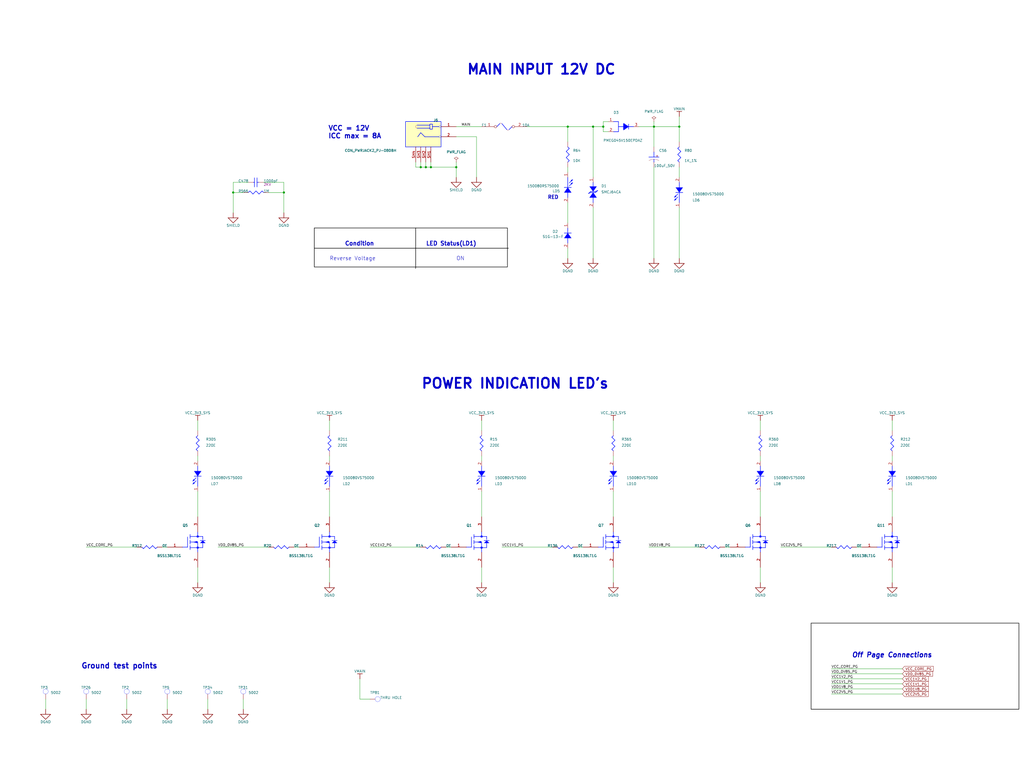
<source format=kicad_sch>
(kicad_sch (version 20231120) (generator "eeschema") (generator_version "8.0")
  (paper "User" 513.08 386.08)
  (junction (at 340.36 63.5))
  (junction (at 302.26 63.5))
  (junction (at 297.18 63.5))
  (junction (at 142.24 96.52))
  (junction (at 228.6 83.82))
  (junction (at 284.48 63.5))
  (junction (at 116.84 96.52))
  (junction (at 210.82 83.82))
  (junction (at 215.9 83.82))
  (junction (at 213.36 83.82))
  (junction (at 327.66 63.5))
  (wire (pts (xy 452.12 335.28) (xy 416.56 335.28)))
  (wire (pts (xy 297.18 63.5) (xy 302.26 63.5)))
  (wire (pts (xy 452.12 347.98) (xy 416.56 347.98)))
  (wire (pts (xy 447.04 215.9) (xy 447.04 210.82)))
  (wire (pts (xy 121.92 96.52) (xy 116.84 96.52)))
  (wire (pts (xy 284.48 63.5) (xy 297.18 63.5)))
  (wire (pts (xy 307.34 231.14) (xy 307.34 228.6)))
  (wire (pts (xy 83.82 355.6) (xy 83.82 350.52)))
  (wire (pts (xy 63.5 355.6) (xy 63.5 350.52)))
  (wire (pts (xy 215.9 83.82) (xy 215.9 81.28)))
  (wire (pts (xy 340.36 129.54) (xy 340.36 104.14)))
  (wire (pts (xy 241.3 215.9) (xy 241.3 210.82)))
  (wire (pts (xy 447.04 259.08) (xy 447.04 246.38)))
  (wire (pts (xy 327.66 63.5) (xy 340.36 63.5)))
  (wire (pts (xy 43.18 274.32) (xy 68.58 274.32)))
  (wire (pts (xy 149.86 274.32) (xy 147.32 274.32)))
  (wire (pts (xy 302.26 63.5) (xy 302.26 60.96)))
  (wire (pts (xy 228.6 83.82) (xy 228.6 88.9)))
  (wire (pts (xy 284.48 129.54) (xy 284.48 124.46)))
  (wire (pts (xy 381 259.08) (xy 381 246.38)))
  (wire (pts (xy 142.24 106.68) (xy 142.24 96.52)))
  (wire (pts (xy 99.06 292.1) (xy 99.06 284.48)))
  (wire (pts (xy 241.3 246.38) (xy 241.3 259.08)))
  (wire (pts (xy 142.24 96.52) (xy 142.24 91.44)))
  (wire (pts (xy 381 215.9) (xy 381 210.82)))
  (wire (pts (xy 264.16 63.5) (xy 284.48 63.5)))
  (wire (pts (xy 185.42 350.52) (xy 180.34 350.52)))
  (wire (pts (xy 165.1 246.38) (xy 165.1 259.08)))
  (wire (pts (xy 381 231.14) (xy 381 228.6)))
  (wire (pts (xy 121.92 355.6) (xy 121.92 350.52)))
  (wire (pts (xy 165.1 215.9) (xy 165.1 210.82)))
  (wire (pts (xy 104.14 355.6) (xy 104.14 350.52)))
  (wire (pts (xy 210.82 83.82) (xy 210.82 81.28)))
  (wire (pts (xy 327.66 83.82) (xy 327.66 129.54)))
  (wire (pts (xy 238.76 88.9) (xy 238.76 68.58)))
  (wire (pts (xy 304.8 66.04) (xy 302.26 66.04)))
  (wire (pts (xy 284.48 71.12) (xy 284.48 63.5)))
  (wire (pts (xy 365.76 274.32) (xy 363.22 274.32)))
  (wire (pts (xy 99.06 231.14) (xy 99.06 228.6)))
  (polyline (pts (xy 157.48 124.46) (xy 254.762 124.46)) (stroke (width 0.254) (type solid) (color 0 0 0 1)))
  (wire (pts (xy 391.16 274.32) (xy 416.56 274.32)))
  (wire (pts (xy 431.8 274.32) (xy 429.26 274.32)))
  (wire (pts (xy 241.3 231.14) (xy 241.3 228.6)))
  (wire (pts (xy 452.12 342.9) (xy 416.56 342.9)))
  (wire (pts (xy 340.36 71.12) (xy 340.36 63.5)))
  (wire (pts (xy 142.24 91.44) (xy 132.08 91.44)))
  (wire (pts (xy 210.82 83.82) (xy 208.28 83.82)))
  (wire (pts (xy 99.06 246.38) (xy 99.06 259.08)))
  (wire (pts (xy 381 292.1) (xy 381 284.48)))
  (wire (pts (xy 116.84 96.52) (xy 116.84 106.68)))
  (wire (pts (xy 447.04 292.1) (xy 447.04 284.48)))
  (wire (pts (xy 447.04 231.14) (xy 447.04 228.6)))
  (wire (pts (xy 213.36 83.82) (xy 215.9 83.82)))
  (wire (pts (xy 452.12 340.36) (xy 416.56 340.36)))
  (wire (pts (xy 43.18 355.6) (xy 43.18 350.52)))
  (wire (pts (xy 165.1 231.14) (xy 165.1 228.6)))
  (wire (pts (xy 228.6 81.28) (xy 228.6 83.82)))
  (wire (pts (xy 180.34 350.52) (xy 180.34 340.36)))
  (wire (pts (xy 292.1 274.32) (xy 289.56 274.32)))
  (wire (pts (xy 302.26 60.96) (xy 304.8 60.96)))
  (wire (pts (xy 208.28 83.82) (xy 208.28 81.28)))
  (wire (pts (xy 142.24 96.52) (xy 134.62 96.52)))
  (wire (pts (xy 83.82 274.32) (xy 81.28 274.32)))
  (wire (pts (xy 452.12 345.44) (xy 416.56 345.44)))
  (wire (pts (xy 213.36 83.82) (xy 210.82 83.82)))
  (wire (pts (xy 124.46 91.44) (xy 116.84 91.44)))
  (wire (pts (xy 109.22 274.32) (xy 134.62 274.32)))
  (wire (pts (xy 238.76 68.58) (xy 228.6 68.58)))
  (wire (pts (xy 284.48 86.36) (xy 284.48 83.82)))
  (wire (pts (xy 241.3 63.5) (xy 228.6 63.5)))
  (wire (pts (xy 165.1 292.1) (xy 165.1 284.48)))
  (wire (pts (xy 327.66 60.96) (xy 327.66 63.5)))
  (wire (pts (xy 452.12 337.82) (xy 416.56 337.82)))
  (wire (pts (xy 251.46 274.32) (xy 276.86 274.32)))
  (wire (pts (xy 213.36 81.28) (xy 213.36 83.82)))
  (wire (pts (xy 116.84 91.44) (xy 116.84 96.52)))
  (wire (pts (xy 241.3 292.1) (xy 241.3 284.48)))
  (wire (pts (xy 325.12 274.32) (xy 350.52 274.32)))
  (wire (pts (xy 307.34 215.9) (xy 307.34 210.82)))
  (polyline (pts (xy 208.28 114.3) (xy 208.28 134.62)) (stroke (width 0.254) (type solid) (color 0 0 0 1)))
  (wire (pts (xy 302.26 66.04) (xy 302.26 63.5)))
  (wire (pts (xy 226.06 274.32) (xy 223.52 274.32)))
  (wire (pts (xy 297.18 129.54) (xy 297.18 104.14)))
  (wire (pts (xy 185.42 274.32) (xy 210.82 274.32)))
  (wire (pts (xy 99.06 215.9) (xy 99.06 210.82)))
  (wire (pts (xy 215.9 83.82) (xy 228.6 83.82)))
  (wire (pts (xy 307.34 292.1) (xy 307.34 284.48)))
  (wire (pts (xy 320.04 63.5) (xy 327.66 63.5)))
  (wire (pts (xy 284.48 101.6) (xy 284.48 111.76)))
  (wire (pts (xy 340.36 63.5) (xy 340.36 58.42)))
  (wire (pts (xy 307.34 259.08) (xy 307.34 246.38)))
  (wire (pts (xy 340.36 88.9) (xy 340.36 83.82)))
  (wire (pts (xy 22.86 355.6) (xy 22.86 350.52)))
  (wire (pts (xy 297.18 88.9) (xy 297.18 63.5)))
  (wire (pts (xy 327.66 73.66) (xy 327.66 63.5)))
  (rectangle (start 254.254 114.3) (end 157.48 133.858) (stroke (width 0.254) (color 0 0 0 1)))
  (rectangle (start 510.54 312.42) (end 406.4 355.6) (stroke (width 0.254) (color 0 0 0 1)))
  (text_box "VCC = 12V\nICC max = 8A" (at 197.358 70.612 0) (size -34.798 -9.652) (stroke (width -0.0001) (color 0 0 0 1)) (effects (font (size 2.413 2.413) (bold yes)) (justify left top)))
  (text "RED" (at 274.32 100.076 0) (effects (font (size 1.778 1.778) (bold yes)) (justify left bottom)))
  (text "POWER INDICATION LED's" (at 210.82 195.326 0) (effects (font (size 4.953 4.953) (bold yes)) (justify left bottom)))
  (text "Reverse Voltage" (at 165.1 130.81 0) (effects (font (size 1.905 1.905)) (justify left bottom)))
  (text "Off Page Connections" (at 426.72 329.946 0) (effects (font (size 2.413 2.413) (bold yes) (italic yes)) (justify left bottom)))
  (text "ON" (at 228.6 130.81 0) (effects (font (size 1.905 1.905)) (justify left bottom)))
  (text "Condition" (at 172.72 123.444 0) (effects (font (size 2.032 2.032) (bold yes)) (justify left bottom)))
  (text "MAIN INPUT 12V DC" (at 233.68 37.846 0) (effects (font (size 4.953 4.953) (bold yes)) (justify left bottom)))
  (text "LED Status(LD1)" (at 213.36 123.444 0) (effects (font (size 2.032 2.032) (bold yes)) (justify left bottom)))
  (text "Ground test points" (at 40.64 335.534 0) (effects (font (size 2.667 2.667) (bold yes)) (justify left bottom)))
  (label "VCC1V1_PG" (at 251.46 274.32 0))
  (label "VDD_0V85_PG" (at 416.56 337.82 0))
  (label "VCC1V2_PG" (at 185.42 274.32 0))
  (label "VDD1V8_PG" (at 325.12 274.32 0))
  (label "VCC1V1_PG" (at 416.56 342.9 0))
  (label "VDD_0V85_PG" (at 109.22 274.32 0))
  (label "VDD1V8_PG" (at 416.56 345.44 0))
  (label "VCC_CORE_PG" (at 416.56 335.28 0))
  (label "VCC2V5_PG" (at 416.56 347.98 0))
  (label "VCC_CORE_PG" (at 43.18 274.32 0))
  (label "VCC2V5_PG" (at 391.16 274.32 0))
  (label "MAIN" (at 231.14 63.5 0))
  (label "VCC1V2_PG" (at 416.56 340.36 0))
  (global_label "VCC1V1_PG" (shape input) (at 452.12 342.9 0) (property "Intersheetrefs" "${INTERSHEET_REFS}" (effects (hide yes))))
  (global_label "VCC2V5_PG" (shape input) (at 452.12 347.98 0) (property "Intersheetrefs" "${INTERSHEET_REFS}" (effects (hide yes))))
  (global_label "VCC1V2_PG" (shape input) (at 452.12 340.36 0) (property "Intersheetrefs" "${INTERSHEET_REFS}" (effects (hide yes))))
  (global_label "VDD_0V85_PG" (shape input) (at 452.12 337.82 0) (property "Intersheetrefs" "${INTERSHEET_REFS}" (effects (hide yes))))
  (global_label "VCC_CORE_PG" (shape input) (at 452.12 335.28 0) (property "Intersheetrefs" "${INTERSHEET_REFS}" (effects (hide yes))))
  (global_label "VDD1V8_PG" (shape input) (at 452.12 345.44 0) (property "Intersheetrefs" "${INTERSHEET_REFS}" (effects (hide yes))))
  (symbol (lib_id "36-altium-import:DGND_SIGNAL_GROUND") (at 83.82 355.6 0) (unit 1)
    (property "Reference" "#PWR?" (effects (hide yes)))
    (property "Value" "DGND" (at 83.82 361.95 0))
  )
  (symbol (lib_id "36-altium-import:DGND_SIGNAL_GROUND") (at 121.92 355.6 0) (unit 1)
    (property "Reference" "#PWR?" (effects (hide yes)))
    (property "Value" "DGND" (at 121.92 361.95 0))
  )
  (symbol (lib_id "36-altium-import:VCC_3V3_SYS_BAR") (at 99.06 210.82 180) (unit 1)
    (property "Reference" "#PWR?" (effects (hide yes)))
    (property "Value" "VCC_3V3_SYS" (at 99.06 207.01 0))
  )
  (symbol (lib_id "36-altium-import:VCC_3V3_SYS_BAR") (at 381 210.82 180) (unit 1)
    (property "Reference" "#PWR?" (effects (hide yes)))
    (property "Value" "VCC_3V3_SYS" (at 381 207.01 0))
  )
  (symbol (lib_id "36-altium-import:VCC_3V3_SYS_BAR") (at 307.34 210.82 180) (unit 1)
    (property "Reference" "#PWR?" (effects (hide yes)))
    (property "Value" "VCC_3V3_SYS" (at 307.34 207.01 0))
  )
  (symbol (lib_id "36-altium-import:DGND_SIGNAL_GROUND") (at 307.34 292.1 0) (unit 1)
    (property "Reference" "#PWR?" (effects (hide yes)))
    (property "Value" "DGND" (at 307.34 298.45 0))
  )
  (symbol (lib_id "36-altium-import:root_3_TESTPOINT") (at 25.4 345.44 0) (unit 1)
    (property "Reference" "TP3" (at 20.32 345.44 0) (effects (justify left bottom)))
    (property "Value" "5002" (at 25.4 347.98 0) (effects (justify left bottom)))
    (property "Footprint" "TP_CIR67D40_TH_4-6" (effects (hide yes)))
    (property "Description" "ACCESSORIE PC TEST POINT" (effects (hide yes)))
    (property "FOOTPRINT PATH" "Y~{:}MIS_DATABAS~{E}Librar~{y}ALTIUM_TOO~{L}PCB_FOOTPRINT~{S}Altium_Footprint_Lib.PcbLib" (effects (hide yes)))
    (property "LIBRARY PATH" "Y~{:}MIS_DATABAS~{E}Librar~{y}ALTIUM_TOO~{L}SCHEMATICS_PART~{S}MS_DISCRETE_Library.schlib" (effects (hide yes)))
    (property "CUSTOM_DUTY" "NA" (effects (hide yes)))
    (property "CUSTOMS_HS_CODE" "NA" (effects (hide yes)))
    (property "FOOTPRINT REF" "TP_CIR67D40_TH_4-6" (effects (hide yes)))
    (property "MISTRAL PART NO" "160016120008-R" (effects (hide yes)))
    (property "PROJECT" "EPOS_EVM" (effects (hide yes)))
    (property "MFR_NAME" "KEYSTONE" (effects (hide yes)))
    (property "MFR_PART_NUMBER" "5002" (effects (hide yes)))
    (property "PART_TYPE" "ACCESSORIES" (effects (hide yes)))
    (property "TOLERANCE" "NA" (effects (hide yes)))
    (property "VOLTAGE" "NA" (effects (hide yes)))
    (property "WATTAGE" "NA" (effects (hide yes)))
    (property "PACKAGE" "NA" (effects (hide yes)))
    (property "DISTRIBUTOR_NAME" "DIGIKEY" (effects (hide yes)))
    (property "DISTRIBUTOR_PART_NUMBER" "36-5002-ND" (effects (hide yes)))
    (property "LIBRARY REF" "TESTPOINT" (effects (hide yes)))
    (property "HEIGHT" "4.57MM" (effects (hide yes)))
    (property "WEIGHT" "NA" (effects (hide yes)))
    (property "TEMPERATURE" "NA" (effects (hide yes)))
    (property "DATASHEET" "Y~{:}MIS_DATABAS~{E}DATASHEET~{S}MIS~{C}ACCESSORIE~{S}5002.PDF" (effects (hide yes)))
    (property "CRTD /DATE" "MANIRAJA/121216" (effects (hide yes)))
    (property "CHKD/DATE" "VASANTHA/121216" (effects (hide yes)))
    (property "MECHANICAL 3D STEP FILE" "TP_CIR67D40_TH_4-6" (effects (hide yes)))
    (property "PCB FOOTPRINT" "TP_CIR67D40_TH_4-6" (effects (hide yes)))
  )
  (symbol (lib_id "36-altium-import:DGND_SIGNAL_GROUND") (at 99.06 292.1 0) (unit 1)
    (property "Reference" "#PWR?" (effects (hide yes)))
    (property "Value" "DGND" (at 99.06 298.45 0))
  )
  (symbol (lib_id "36-altium-import:root_0_mirrored_CON_PWRJACK2_PJ-082BH") (at 220.98 60.96 0) (unit 1)
    (property "Reference" "J6" (at 217.17 60.96 0) (effects (justify left bottom)))
    (property "Value" "CON_PWRJACK2_PJ-080BH" (at 172.72 76.2 0) (effects (justify left bottom)))
    (property "Footprint" "CON_PWRJACK2_PJ-080BH_P_R_T_13-4" (effects (hide yes)))
    (property "Description" "CON POWER JACK 2POS MALE RT TH" (effects (hide yes)))
    (property "MISTRAL PART NO" "150021020035-R" (effects (hide yes)))
    (property "PROJECT" "TI_AM64x_EVM" (effects (hide yes)))
    (property "MFR_NAME" "CUI INC" (effects (hide yes)))
    (property "MFR_PART_NUMBER" "PJ-080BH" (effects (hide yes)))
    (property "PART_TYPE" "CONNECTO~{R}JACK" (effects (hide yes)))
    (property "TOLERANCE" "NA" (effects (hide yes)))
    (property "VOLTAGE" "NA" (effects (hide yes)))
    (property "WATTAGE" "NA" (effects (hide yes)))
    (property "PACKAGE" "THRU-HOLE" (effects (hide yes)))
    (property "DISTRIBUTOR_NAME" "DIGIKEY" (effects (hide yes)))
    (property "DISTRIBUTOR_PART_NUMBER" "CP-080BHCT-ND" (effects (hide yes)))
    (property "LIBRARY REF" "CON_PWRJACK2_PJ-082BH" (effects (hide yes)))
    (property "FOOTPRINT REF" "CON_PWRJACK2_PJ-080BH_P_R_T_13-4" (effects (hide yes)))
    (property "HEIGHT" "13.40MM" (effects (hide yes)))
    (property "WEIGHT" "9090mg" (effects (hide yes)))
    (property "TEMPERATURE" "-25癈+85癈" (effects (hide yes)))
    (property "DATASHEET" "Y~{:}MIS_DATABAS~{E}DATASHEET~{S}CONNECTOR~{S}PJ-080BH.PDF" (effects (hide yes)))
    (property "CRTD /DATE" "MANIRAJA/100221" (effects (hide yes)))
    (property "CHKD/DATE" "ALVY/100221" (effects (hide yes)))
    (property "CUSTOMS_HS_CODE" "85369090" (effects (hide yes)))
    (property "CUSTOM_DUTY" "24%" (effects (hide yes)))
    (property "MECHANICAL 3D STEP FILE" "CON_PWRJACK2_PJ-080BH_P_R_T_13-4" (effects (hide yes)))
    (property "LIBRARY PATH" "Y~{:}MIS_DATABAS~{E}Librar~{y}ALTIUM_TOO~{L}SCHEMATICS_PART~{S}MS_CONNECTOR_Library.schlib" (effects (hide yes)))
    (property "FOOTPRINT PATH" "Y~{:}MIS_DATABAS~{E}Librar~{y}ALTIUM_TOO~{L}PCB_FOOTPRINT~{S}Altium_Footprint_Lib.PcbLib" (effects (hide yes)))
    (property "PCB FOOTPRINT" "CON_PWRJACK2_PJ-080BH_P_R_T_13-4" (effects (hide yes)))
  )
  (symbol (lib_id "36-altium-import:root_1_DIODE_TVS_DUAL") (at 294.64 101.6 0) (unit 1)
    (property "Reference" "D1" (at 301.244 93.98 0) (effects (justify left bottom)))
    (property "Value" "SMCJ64CA" (at 301.244 97.028 0) (effects (justify left bottom)))
    (property "Footprint" "DIO_SMC" (effects (hide yes)))
    (property "Description" "DIODE TVS BI-DIE 1500W 64V SMC" (effects (hide yes)))
    (property "LIBRARY REF" "DIODE_TVS_DUAL" (effects (hide yes)))
    (property "MISTRAL PART NO" "130015100009-R" (effects (hide yes)))
    (property "PROJECT" "GALILEO_EVM" (effects (hide yes)))
    (property "MFR_NAME" "LITTLE FUSE" (effects (hide yes)))
    (property "MFR_PART_NUMBER" "SMCJ64CA" (effects (hide yes)))
    (property "PART_TYPE" "DIOD~{E}TVS" (effects (hide yes)))
    (property "TOLERANCE" "NA" (effects (hide yes)))
    (property "VOLTAGE" "64V" (effects (hide yes)))
    (property "WATTAGE" "NA" (effects (hide yes)))
    (property "PACKAGE" "SMC" (effects (hide yes)))
    (property "DISTRIBUTOR_NAME" "DIGIKEY" (effects (hide yes)))
    (property "DISTRIBUTOR_PART_NUMBER" "SMCJ64CALFCT-ND" (effects (hide yes)))
    (property "HEIGHT" "2.62MM" (effects (hide yes)))
    (property "WEIGHT" "NA" (effects (hide yes)))
    (property "TEMPERATURE" "-55癈+150癈" (effects (hide yes)))
    (property "DATASHEET" "Y~{:}MIS_DATABAS~{E}DATASHEET~{S}DISCRETE~{S}DIODE~{S}LTFUSE-SMCJ.PDF" (effects (hide yes)))
    (property "CRTD /DATE" "VASANTHA/101015" (effects (hide yes)))
    (property "CHKD/DATE" "VASANTHA/101015" (effects (hide yes)))
    (property "CUSTOMS_HS_CODE" "85412900" (effects (hide yes)))
    (property "CUSTOM_DUTY" "15%" (effects (hide yes)))
    (property "PCB FOOTPRINT" "DIO_SMC" (effects (hide yes)))
  )
  (symbol (lib_id "36-altium-import:DGND_SIGNAL_GROUND") (at 238.76 88.9 0) (unit 1)
    (property "Reference" "#PWR?" (effects (hide yes)))
    (property "Value" "DGND" (at 238.76 95.25 0))
  )
  (symbol (lib_id "36-altium-import:DGND_SIGNAL_GROUND") (at 63.5 355.6 0) (unit 1)
    (property "Reference" "#PWR?" (effects (hide yes)))
    (property "Value" "DGND" (at 63.5 361.95 0))
  )
  (symbol (lib_id "36-altium-import:root_3_mirrored_DIODE_LED") (at 302.26 233.68 0) (unit 1)
    (property "Reference" "LD10" (at 313.944 243.332 0) (effects (justify left bottom)))
    (property "Value" "150080VS75000" (at 313.944 240.284 0) (effects (justify left bottom)))
    (property "Footprint" "LED_150080VS75000_80X50_SMD_0-8" (effects (hide yes)))
    (property "Description" "DIODE LED BRIGHT GREEN SMD" (effects (hide yes)))
    (property "FOOTPRINT PATH" "Y~{:}MIS_DATABAS~{E}Librar~{y}ALTIUM_TOO~{L}PCB_FOOTPRINT~{S}Altium_Footprint_Lib.PcbLib" (effects (hide yes)))
    (property "LIBRARY PATH" "Y~{:}MIS_DATABAS~{E}Librar~{y}ALTIUM_TOO~{L}SCHEMATICS_PART~{S}MS_OPTO_Library.schlib" (effects (hide yes)))
    (property "MECHANICAL 3D STEP FILE" "LED_150080VS75000_80X50_SMD_0-8" (effects (hide yes)))
    (property "CUSTOM_DUTY" "24%" (effects (hide yes)))
    (property "CUSTOMS_HS_CODE" "85439000" (effects (hide yes)))
    (property "CHKD/DATE" "MANIRAJA/180820" (effects (hide yes)))
    (property "CRTD /DATE" "ALVY/180820" (effects (hide yes)))
    (property "DATASHEET" "Y~{:}MIS_DATABAS~{E}DATASHEET~{S}DISCRETE~{S}LED~{S}150080VS75000.PDF" (effects (hide yes)))
    (property "TEMPERATURE" "-40癈+85癈" (effects (hide yes)))
    (property "WEIGHT" "10mg" (effects (hide yes)))
    (property "HEIGHT" "0.80MM" (effects (hide yes)))
    (property "LIBRARY REF" "DIODE_LED" (effects (hide yes)))
    (property "DISTRIBUTOR_PART_NUMBER" "732-4986-1-ND" (effects (hide yes)))
    (property "DISTRIBUTOR_NAME" "DIGIKEY" (effects (hide yes)))
    (property "PACKAGE" "SMD" (effects (hide yes)))
    (property "WATTAGE" "NA" (effects (hide yes)))
    (property "VOLTAGE" "NA" (effects (hide yes)))
    (property "TOLERANCE" "NA" (effects (hide yes)))
    (property "PART_TYPE" "OPT~{O}LED" (effects (hide yes)))
    (property "MFR_PART_NUMBER" "150080VS75000" (effects (hide yes)))
    (property "MFR_NAME" "WURTH ELECTRONICS" (effects (hide yes)))
    (property "PROJECT" "AM64x_EVM_BRD" (effects (hide yes)))
    (property "MISTRAL PART NO" "130020080012-R" (effects (hide yes)))
    (property "FOOTPRINT REF" "LED_150080VS75000_80X50_SMD_0-8" (effects (hide yes)))
    (property "PCB FOOTPRINT" "LED_150080VS75000_80X50_SMD_0-8" (effects (hide yes)))
  )
  (symbol (lib_id "36-altium-import:VCC_3V3_SYS_BAR") (at 165.1 210.82 180) (unit 1)
    (property "Reference" "#PWR?" (effects (hide yes)))
    (property "Value" "VCC_3V3_SYS" (at 165.1 207.01 0))
  )
  (symbol (lib_id "36-altium-import:root_2_RESISTOR_Dup6") (at 383.54 226.06 0) (unit 1)
    (property "Reference" "R360" (at 385.064 220.98 0) (effects (justify left bottom)))
    (property "Value" "220E" (at 385.064 224.028 0) (effects (justify left bottom)))
    (property "Footprint" "RES0402_0-5" (effects (hide yes)))
    (property "Description" "RES 220E 1/10W 5% 0402" (effects (hide yes)))
    (property "FOOTPRINT REF" "RES0402_0-5" (effects (hide yes)))
    (property "PCB FOOTPRINT" "RES0402_0-5" (effects (hide yes)))
    (property "FOOTPRINT PATH" "Y~{:}MIS_DATABAS~{E}Librar~{y}ALTIUM_TOO~{L}PCB_FOOTPRINT~{S}Altium_Footprint_Lib.PcbLib" (effects (hide yes)))
    (property "LIBRARY PATH" "Y~{:}MIS_DATABAS~{E}Librar~{y}ALTIUM_TOO~{L}SCHEMATICS_PART~{S}MS_DISCRETE_Library.schlib" (effects (hide yes)))
    (property "MECHANICAL 3D STEP FILE" "RES0402_0-5" (effects (hide yes)))
    (property "TEMPERATURE" "-55癈+155癈" (effects (hide yes)))
    (property "WEIGHT" "0.8mg" (effects (hide yes)))
    (property "VOLTAGE" "NA" (effects (hide yes)))
    (property "LIBRARY REF" "RESISTOR" (effects (hide yes)))
    (property "MISTRAL PART NO" "110009030506-R" (effects (hide yes)))
    (property "PROJECT" "RED EYE" (effects (hide yes)))
    (property "MFR_NAME" "PANASONIC-ECG" (effects (hide yes)))
    (property "MFR_PART_NUMBER" "ERJ-2GEJ221X" (effects (hide yes)))
    (property "PART_TYPE" "RESISTOR~{S}FIXED" (effects (hide yes)))
    (property "TOLERANCE" "5%" (effects (hide yes)))
    (property "WATTAGE" "1/10W" (effects (hide yes)))
    (property "PACKAGE" "0402" (effects (hide yes)))
    (property "DISTRIBUTOR_NAME" "DIGIKEY" (effects (hide yes)))
    (property "DISTRIBUTOR_PART_NUMBER" "P220JCT-ND" (effects (hide yes)))
    (property "HEIGHT" "0.40MM" (effects (hide yes)))
    (property "DATASHEET" "Y~{:}MIS_DATABAS~{E}DATASHEET~{S}RESISTOR~{S}PAN-ERJSER_NOV17.PDF" (effects (hide yes)))
    (property "CRTD /DATE" "GEETHA/260406" (effects (hide yes)))
    (property "CHKD/DATE" "VASANTHA/291216" (effects (hide yes)))
    (property "CUSTOMS_HS_CODE" "85332119" (effects (hide yes)))
    (property "CUSTOM_DUTY" "15%" (effects (hide yes)))
  )
  (symbol (lib_id "36-altium-import:root_2_RESISTOR_Dup6") (at 101.6 226.06 0) (unit 1)
    (property "Reference" "R305" (at 103.124 220.98 0) (effects (justify left bottom)))
    (property "Value" "220E" (at 103.124 224.028 0) (effects (justify left bottom)))
    (property "Footprint" "RES0402_0-5" (effects (hide yes)))
    (property "Description" "RES 220E 1/10W 5% 0402" (effects (hide yes)))
    (property "FOOTPRINT REF" "RES0402_0-5" (effects (hide yes)))
    (property "PCB FOOTPRINT" "RES0402_0-5" (effects (hide yes)))
    (property "FOOTPRINT PATH" "Y~{:}MIS_DATABAS~{E}Librar~{y}ALTIUM_TOO~{L}PCB_FOOTPRINT~{S}Altium_Footprint_Lib.PcbLib" (effects (hide yes)))
    (property "LIBRARY PATH" "Y~{:}MIS_DATABAS~{E}Librar~{y}ALTIUM_TOO~{L}SCHEMATICS_PART~{S}MS_DISCRETE_Library.schlib" (effects (hide yes)))
    (property "MECHANICAL 3D STEP FILE" "RES0402_0-5" (effects (hide yes)))
    (property "TEMPERATURE" "-55癈+155癈" (effects (hide yes)))
    (property "WEIGHT" "0.8mg" (effects (hide yes)))
    (property "VOLTAGE" "NA" (effects (hide yes)))
    (property "LIBRARY REF" "RESISTOR" (effects (hide yes)))
    (property "MISTRAL PART NO" "110009030506-R" (effects (hide yes)))
    (property "PROJECT" "RED EYE" (effects (hide yes)))
    (property "MFR_NAME" "PANASONIC-ECG" (effects (hide yes)))
    (property "MFR_PART_NUMBER" "ERJ-2GEJ221X" (effects (hide yes)))
    (property "PART_TYPE" "RESISTOR~{S}FIXED" (effects (hide yes)))
    (property "TOLERANCE" "5%" (effects (hide yes)))
    (property "WATTAGE" "1/10W" (effects (hide yes)))
    (property "PACKAGE" "0402" (effects (hide yes)))
    (property "DISTRIBUTOR_NAME" "DIGIKEY" (effects (hide yes)))
    (property "DISTRIBUTOR_PART_NUMBER" "P220JCT-ND" (effects (hide yes)))
    (property "HEIGHT" "0.40MM" (effects (hide yes)))
    (property "DATASHEET" "Y~{:}MIS_DATABAS~{E}DATASHEET~{S}RESISTOR~{S}PAN-ERJSER_NOV17.PDF" (effects (hide yes)))
    (property "CRTD /DATE" "GEETHA/260406" (effects (hide yes)))
    (property "CHKD/DATE" "VASANTHA/291216" (effects (hide yes)))
    (property "CUSTOMS_HS_CODE" "85332119" (effects (hide yes)))
    (property "CUSTOM_DUTY" "15%" (effects (hide yes)))
  )
  (symbol (lib_id "36-altium-import:root_1_CAP_Dup3") (at 127 93.98 0) (unit 1)
    (property "Reference" "C478" (at 119.38 91.44 0) (effects (justify left bottom)))
    (property "Value" "1000pF" (at 132.08 91.44 0) (effects (justify left bottom)))
    (property "Footprint" "CAP1206_1-75" (effects (hide yes)))
    (property "Description" "CAP CERAMIC 1000pF 2KV 10% X7R 1206" (effects (hide yes)))
    (property "MISTRAL PART NO" "120015080006-R" (effects (hide yes)))
    (property "PROJECT" "ADR1B" (effects (hide yes)))
    (property "MFR_NAME" "AVX CORPORATION" (effects (hide yes)))
    (property "MFR_PART_NUMBER" "1206GC102KAT1A" (effects (hide yes)))
    (property "PART_TYPE" "CAPACITOR~{S}CERAMIC" (effects (hide yes)))
    (property "TOLERANCE" "10%" (effects (hide yes)))
    (property "VOLTAGE" "2KV" (at 132.08 93.218 0) (effects (justify left bottom)))
    (property "PACKAGE" "1206" (effects (hide yes)))
    (property "DISTRIBUTOR_NAME" "DIGIKEY" (effects (hide yes)))
    (property "DISTRIBUTOR_PART_NUMBER" "478-2956-1-ND" (effects (hide yes)))
    (property "HEIGHT" "1.52MM" (effects (hide yes)))
    (property "WEIGHT" "16.2mg" (effects (hide yes)))
    (property "TEMPERATURE" "-55癈+125癈" (effects (hide yes)))
    (property "DATASHEET" "Y~{:}MIS_DATABAS~{E}DATASHEET~{S}CAPACITOR~{S}AVX_HV-MLC.PDF" (effects (hide yes)))
    (property "CRTD /DATE" "MAZHAR/281106" (effects (hide yes)))
    (property "CHKD/DATE" "SHREESHAIL/291106" (effects (hide yes)))
    (property "CUSTOMS_HS_CODE" "85322990" (effects (hide yes)))
    (property "CUSTOM_DUTY" "15%" (effects (hide yes)))
    (property "LIBRARY REF" "CAP" (effects (hide yes)))
    (property "FOOTPRINT REF" "CAP1206_1-75" (effects (hide yes)))
    (property "LIBRARY PATH" "Y~{:}MIS_DATABAS~{E}Librar~{y}ALTIUM_TOO~{L}SCHEMATICS_PART~{S}MS_DISCRETE_Library.schlib" (effects (hide yes)))
    (property "FOOTPRINT PATH" "Y~{:}MIS_DATABAS~{E}Librar~{y}ALTIUM_TOO~{L}PCB_FOOTPRINT~{S}Altium_Footprint_Lib.PcbLib" (effects (hide yes)))
    (property "WATTAGE" "NA" (effects (hide yes)))
    (property "MECHANICAL 3D STEP FILE" "CAP1206_1-75" (effects (hide yes)))
    (property "PCB FOOTPRINT" "CAP1206_1-75" (effects (hide yes)))
  )
  (symbol (lib_id "36-altium-import:root_1_RESISTOR_Dup6") (at 124.46 99.06 0) (unit 1)
    (property "Reference" "R566" (at 119.38 96.52 0) (effects (justify left bottom)))
    (property "Value" "1M" (at 132.08 96.52 0) (effects (justify left bottom)))
    (property "Footprint" "RES0603_0-75" (effects (hide yes)))
    (property "Description" "RES 1M 1/10W 5% 0603" (effects (hide yes)))
    (property "MECHANICAL 3D STEP FILE" "RES0603_0-75" (effects (hide yes)))
    (property "CUSTOM_DUTY" "15%" (effects (hide yes)))
    (property "CUSTOMS_HS_CODE" "85332119" (effects (hide yes)))
    (property "CHKD/DATE" "VASANTHA/060217" (effects (hide yes)))
    (property "CRTD /DATE" "USMAN/111207" (effects (hide yes)))
    (property "DATASHEET" "Y~{:}MIS_DATABAS~{E}DATASHEET~{S}RESISTOR~{S}PAN-ERJSER_NOV17.PDF" (effects (hide yes)))
    (property "TEMPERATURE" "-55癈+155癈" (effects (hide yes)))
    (property "WEIGHT" "2mg" (effects (hide yes)))
    (property "HEIGHT" "0.55MM" (effects (hide yes)))
    (property "DISTRIBUTOR_PART_NUMBER" "P1.0MGCT-ND" (effects (hide yes)))
    (property "DISTRIBUTOR_NAME" "DIGIKEY" (effects (hide yes)))
    (property "PACKAGE" "0603" (effects (hide yes)))
    (property "WATTAGE" "1/10W" (effects (hide yes)))
    (property "VOLTAGE" "NA" (effects (hide yes)))
    (property "TOLERANCE" "5%" (effects (hide yes)))
    (property "PART_TYPE" "RESISTOR~{S}FIXED" (effects (hide yes)))
    (property "MFR_PART_NUMBER" "ERJ-3GEYJ105V" (effects (hide yes)))
    (property "MFR_NAME" "PANASONIC-ECG" (effects (hide yes)))
    (property "PROJECT" "BSN" (effects (hide yes)))
    (property "MISTRAL PART NO" "110009030413-R" (effects (hide yes)))
    (property "LIBRARY REF" "RESISTOR" (effects (hide yes)))
    (property "FOOTPRINT REF" "RES0603_0-75" (effects (hide yes)))
    (property "LIBRARY PATH" "Y~{:}MIS_DATABAS~{E}Librar~{y}ALTIUM_TOO~{L}SCHEMATICS_PART~{S}MS_DISCRETE_Library.schlib" (effects (hide yes)))
    (property "FOOTPRINT PATH" "Y~{:}MIS_DATABAS~{E}Librar~{y}ALTIUM_TOO~{L}PCB_FOOTPRINT~{S}Altium_Footprint_Lib.PcbLib" (effects (hide yes)))
    (property "PCB FOOTPRINT" "RES0603_0-75" (effects (hide yes)))
  )
  (symbol (lib_id "36-altium-import:root_3_RESISTOR_Dup5") (at 144.78 271.78 0) (unit 1)
    (property "Reference" "R20" (at 132.08 274.32 0) (effects (justify left bottom)))
    (property "Value" "0E" (at 147.32 274.32 0) (effects (justify left bottom)))
    (property "Footprint" "RES0402_0-5" (effects (hide yes)))
    (property "Description" "RES 0E 1/16W JUMPER 0402" (effects (hide yes)))
    (property "PCB FOOTPRINT" "RES0402_0-5" (effects (hide yes)))
    (property "MECHANICAL 3D STEP FILE" "RES0402_0-5" (effects (hide yes)))
    (property "CUSTOM_DUTY" "15%" (effects (hide yes)))
    (property "CUSTOMS_HS_CODE" "85332119" (effects (hide yes)))
    (property "CHKD/DATE" "VASANTHA/201216" (effects (hide yes)))
    (property "CRTD /DATE" "MUDDU/190810" (effects (hide yes)))
    (property "DATASHEET" "Y~{:}MIS_DATABAS~{E}DATASHEET~{S}RESISTOR~{S}CRCW0603.PDF" (effects (hide yes)))
    (property "TEMPERATURE" "-55癈+155癈" (effects (hide yes)))
    (property "WEIGHT" "0.65mg" (effects (hide yes)))
    (property "HEIGHT" "0.40MM" (effects (hide yes)))
    (property "DISTRIBUTOR_PART_NUMBER" "541-0.0JCT-ND" (effects (hide yes)))
    (property "DISTRIBUTOR_NAME" "DIGIKEY" (effects (hide yes)))
    (property "PACKAGE" "0402" (effects (hide yes)))
    (property "WATTAGE" "1/16W" (effects (hide yes)))
    (property "VOLTAGE" "NA" (effects (hide yes)))
    (property "TOLERANCE" "NA" (effects (hide yes)))
    (property "PART_TYPE" "RESISTOR~{S}FIXED" (effects (hide yes)))
    (property "MFR_PART_NUMBER" "CRCW04020000Z0ED" (effects (hide yes)))
    (property "MFR_NAME" "VISHAY" (effects (hide yes)))
    (property "PROJECT" "PB_BUGBASE" (effects (hide yes)))
    (property "MISTRAL PART NO" "110010080019-R" (effects (hide yes)))
    (property "LIBRARY REF" "RESISTOR" (effects (hide yes)))
    (property "FOOTPRINT REF" "RES0402_0-5" (effects (hide yes)))
    (property "LIBRARY PATH" "Y~{:}MIS_DATABAS~{E}Librar~{y}ALTIUM_TOO~{L}SCHEMATICS_PART~{S}MS_DISCRETE_Library.schlib" (effects (hide yes)))
    (property "FOOTPRINT PATH" "Y~{:}MIS_DATABAS~{E}Librar~{y}ALTIUM_TOO~{L}PCB_FOOTPRINT~{S}Altium_Footprint_Lib.PcbLib" (effects (hide yes)))
  )
  (symbol (lib_id "36-altium-import:DGND_SIGNAL_GROUND") (at 297.18 129.54 0) (unit 1)
    (property "Reference" "#PWR?" (effects (hide yes)))
    (property "Value" "DGND" (at 297.18 135.89 0))
  )
  (symbol (lib_id "36-altium-import:DGND_SIGNAL_GROUND") (at 284.48 129.54 0) (unit 1)
    (property "Reference" "#PWR?" (effects (hide yes)))
    (property "Value" "DGND" (at 284.48 135.89 0))
  )
  (symbol (lib_id "power:PWR_FLAG") (at 327.66 60.96 0) (unit 1)
    (property "Reference" "#FLG044" (effects (hide yes)))
    (property "Value" "PWR_FLAG" (at 327.66 55.88 0))
    (property "Description" "Special symbol for telling ERC where power comes from" (effects (hide yes)))
  )
  (symbol (lib_id "36-altium-import:VCC_3V3_SYS_BAR") (at 447.04 210.82 180) (unit 1)
    (property "Reference" "#PWR?" (effects (hide yes)))
    (property "Value" "VCC_3V3_SYS" (at 447.04 207.01 0))
  )
  (symbol (lib_id "36-altium-import:root_3_RESISTOR_Dup5") (at 220.98 271.78 0) (unit 1)
    (property "Reference" "R14" (at 208.28 274.32 0) (effects (justify left bottom)))
    (property "Value" "0E" (at 223.52 274.32 0) (effects (justify left bottom)))
    (property "Footprint" "RES0402_0-5" (effects (hide yes)))
    (property "Description" "RES 0E 1/16W JUMPER 0402" (effects (hide yes)))
    (property "PCB FOOTPRINT" "RES0402_0-5" (effects (hide yes)))
    (property "MECHANICAL 3D STEP FILE" "RES0402_0-5" (effects (hide yes)))
    (property "CUSTOM_DUTY" "15%" (effects (hide yes)))
    (property "CUSTOMS_HS_CODE" "85332119" (effects (hide yes)))
    (property "CHKD/DATE" "VASANTHA/201216" (effects (hide yes)))
    (property "CRTD /DATE" "MUDDU/190810" (effects (hide yes)))
    (property "DATASHEET" "Y~{:}MIS_DATABAS~{E}DATASHEET~{S}RESISTOR~{S}CRCW0603.PDF" (effects (hide yes)))
    (property "TEMPERATURE" "-55癈+155癈" (effects (hide yes)))
    (property "WEIGHT" "0.65mg" (effects (hide yes)))
    (property "HEIGHT" "0.40MM" (effects (hide yes)))
    (property "DISTRIBUTOR_PART_NUMBER" "541-0.0JCT-ND" (effects (hide yes)))
    (property "DISTRIBUTOR_NAME" "DIGIKEY" (effects (hide yes)))
    (property "PACKAGE" "0402" (effects (hide yes)))
    (property "WATTAGE" "1/16W" (effects (hide yes)))
    (property "VOLTAGE" "NA" (effects (hide yes)))
    (property "TOLERANCE" "NA" (effects (hide yes)))
    (property "PART_TYPE" "RESISTOR~{S}FIXED" (effects (hide yes)))
    (property "MFR_PART_NUMBER" "CRCW04020000Z0ED" (effects (hide yes)))
    (property "MFR_NAME" "VISHAY" (effects (hide yes)))
    (property "PROJECT" "PB_BUGBASE" (effects (hide yes)))
    (property "MISTRAL PART NO" "110010080019-R" (effects (hide yes)))
    (property "LIBRARY REF" "RESISTOR" (effects (hide yes)))
    (property "FOOTPRINT REF" "RES0402_0-5" (effects (hide yes)))
    (property "LIBRARY PATH" "Y~{:}MIS_DATABAS~{E}Librar~{y}ALTIUM_TOO~{L}SCHEMATICS_PART~{S}MS_DISCRETE_Library.schlib" (effects (hide yes)))
    (property "FOOTPRINT PATH" "Y~{:}MIS_DATABAS~{E}Librar~{y}ALTIUM_TOO~{L}PCB_FOOTPRINT~{S}Altium_Footprint_Lib.PcbLib" (effects (hide yes)))
  )
  (symbol (lib_id "36-altium-import:root_0_MOSFET_BSS138LT1G") (at 439.42 266.7 0) (unit 1)
    (property "Reference" "Q11" (at 439.42 264.16 0) (effects (justify left bottom)))
    (property "Value" "BSS138LT1G" (at 426.72 279.4 0) (effects (justify left bottom)))
    (property "Footprint" "SOT23-123_1-2" (effects (hide yes)))
    (property "Description" "IC MOSFET N-CHANNEL 50V 200mA SOT23-3" (effects (hide yes)))
    (property "FOOTPRINT PATH" "Y~{:}MIS_DATABAS~{E}Librar~{y}ALTIUM_TOO~{L}PCB_FOOTPRINT~{S}Altium_Footprint_Lib.PcbLib" (effects (hide yes)))
    (property "LIBRARY PATH" "Y~{:}MIS_DATABAS~{E}Librar~{y}ALTIUM_TOO~{L}SCHEMATICS_PART~{S}MS_MOSFET_Library.schlib" (effects (hide yes)))
    (property "MECHANICAL 3D STEP FILE" "SOT23-123_1-2" (effects (hide yes)))
    (property "PCB FOOTPRINT" "SOT23-123_1-2" (effects (hide yes)))
    (property "FOOTPRINT REF" "SOT23-123_1-2" (effects (hide yes)))
    (property "LIBRARY REF" "MOSFET_BSS138W" (effects (hide yes)))
    (property "MISTRAL PART NO" "142016040001-R" (effects (hide yes)))
    (property "PROJECT" "LRDE_ABCM" (effects (hide yes)))
    (property "MFR_NAME" "ON SEMICONDUCTOR" (effects (hide yes)))
    (property "MFR_PART_NUMBER" "BSS138LT1G" (effects (hide yes)))
    (property "PART_TYPE" "IC~{S}POWE~{R}MOSFET" (effects (hide yes)))
    (property "TOLERANCE" "NA" (effects (hide yes)))
    (property "VOLTAGE" "NA" (effects (hide yes)))
    (property "WATTAGE" "NA" (effects (hide yes)))
    (property "PACKAGE" "SOT23-3" (effects (hide yes)))
    (property "DISTRIBUTOR_NAME" "DIGIKEY" (effects (hide yes)))
    (property "DISTRIBUTOR_PART_NUMBER" "BSS138LT1GOSCT-ND" (effects (hide yes)))
    (property "HEIGHT" "1.11MM" (effects (hide yes)))
    (property "WEIGHT" "8mg" (effects (hide yes)))
    (property "TEMPERATURE" "-55癈+150癈" (effects (hide yes)))
    (property "DATASHEET" "Y~{:}MIS_DATABAS~{E}DATASHEET~{S}DISCRETE~{S}TRANSISTORS_FET~{S}BSS138LT1G.PDF" (effects (hide yes)))
    (property "CRTD /DATE" "JEBRAN/060416" (effects (hide yes)))
    (property "CHKD/DATE" "MANIRAJA/250219" (effects (hide yes)))
    (property "CUSTOMS_HS_CODE" "85423100" (effects (hide yes)))
    (property "CUSTOM_DUTY" "15%" (effects (hide yes)))
  )
  (symbol (lib_id "36-altium-import:root_2_RESISTOR_Dup6") (at 309.88 226.06 0) (unit 1)
    (property "Reference" "R365" (at 311.404 220.98 0) (effects (justify left bottom)))
    (property "Value" "220E" (at 311.404 224.028 0) (effects (justify left bottom)))
    (property "Footprint" "RES0402_0-5" (effects (hide yes)))
    (property "Description" "RES 220E 1/10W 5% 0402" (effects (hide yes)))
    (property "FOOTPRINT REF" "RES0402_0-5" (effects (hide yes)))
    (property "PCB FOOTPRINT" "RES0402_0-5" (effects (hide yes)))
    (property "FOOTPRINT PATH" "Y~{:}MIS_DATABAS~{E}Librar~{y}ALTIUM_TOO~{L}PCB_FOOTPRINT~{S}Altium_Footprint_Lib.PcbLib" (effects (hide yes)))
    (property "LIBRARY PATH" "Y~{:}MIS_DATABAS~{E}Librar~{y}ALTIUM_TOO~{L}SCHEMATICS_PART~{S}MS_DISCRETE_Library.schlib" (effects (hide yes)))
    (property "MECHANICAL 3D STEP FILE" "RES0402_0-5" (effects (hide yes)))
    (property "TEMPERATURE" "-55癈+155癈" (effects (hide yes)))
    (property "WEIGHT" "0.8mg" (effects (hide yes)))
    (property "VOLTAGE" "NA" (effects (hide yes)))
    (property "LIBRARY REF" "RESISTOR" (effects (hide yes)))
    (property "MISTRAL PART NO" "110009030506-R" (effects (hide yes)))
    (property "PROJECT" "RED EYE" (effects (hide yes)))
    (property "MFR_NAME" "PANASONIC-ECG" (effects (hide yes)))
    (property "MFR_PART_NUMBER" "ERJ-2GEJ221X" (effects (hide yes)))
    (property "PART_TYPE" "RESISTOR~{S}FIXED" (effects (hide yes)))
    (property "TOLERANCE" "5%" (effects (hide yes)))
    (property "WATTAGE" "1/10W" (effects (hide yes)))
    (property "PACKAGE" "0402" (effects (hide yes)))
    (property "DISTRIBUTOR_NAME" "DIGIKEY" (effects (hide yes)))
    (property "DISTRIBUTOR_PART_NUMBER" "P220JCT-ND" (effects (hide yes)))
    (property "HEIGHT" "0.40MM" (effects (hide yes)))
    (property "DATASHEET" "Y~{:}MIS_DATABAS~{E}DATASHEET~{S}RESISTOR~{S}PAN-ERJSER_NOV17.PDF" (effects (hide yes)))
    (property "CRTD /DATE" "GEETHA/260406" (effects (hide yes)))
    (property "CHKD/DATE" "VASANTHA/291216" (effects (hide yes)))
    (property "CUSTOMS_HS_CODE" "85332119" (effects (hide yes)))
    (property "CUSTOM_DUTY" "15%" (effects (hide yes)))
  )
  (symbol (lib_id "36-altium-import:DGND_SIGNAL_GROUND") (at 381 292.1 0) (unit 1)
    (property "Reference" "#PWR?" (effects (hide yes)))
    (property "Value" "DGND" (at 381 298.45 0))
  )
  (symbol (lib_id "36-altium-import:root_3_RESISTOR_Dup5") (at 78.74 271.78 0) (unit 1)
    (property "Reference" "R312" (at 66.04 274.32 0) (effects (justify left bottom)))
    (property "Value" "0E" (at 81.28 274.32 0) (effects (justify left bottom)))
    (property "Footprint" "RES0402_0-5" (effects (hide yes)))
    (property "Description" "RES 0E 1/16W JUMPER 0402" (effects (hide yes)))
    (property "PCB FOOTPRINT" "RES0402_0-5" (effects (hide yes)))
    (property "MECHANICAL 3D STEP FILE" "RES0402_0-5" (effects (hide yes)))
    (property "CUSTOM_DUTY" "15%" (effects (hide yes)))
    (property "CUSTOMS_HS_CODE" "85332119" (effects (hide yes)))
    (property "CHKD/DATE" "VASANTHA/201216" (effects (hide yes)))
    (property "CRTD /DATE" "MUDDU/190810" (effects (hide yes)))
    (property "DATASHEET" "Y~{:}MIS_DATABAS~{E}DATASHEET~{S}RESISTOR~{S}CRCW0603.PDF" (effects (hide yes)))
    (property "TEMPERATURE" "-55癈+155癈" (effects (hide yes)))
    (property "WEIGHT" "0.65mg" (effects (hide yes)))
    (property "HEIGHT" "0.40MM" (effects (hide yes)))
    (property "DISTRIBUTOR_PART_NUMBER" "541-0.0JCT-ND" (effects (hide yes)))
    (property "DISTRIBUTOR_NAME" "DIGIKEY" (effects (hide yes)))
    (property "PACKAGE" "0402" (effects (hide yes)))
    (property "WATTAGE" "1/16W" (effects (hide yes)))
    (property "VOLTAGE" "NA" (effects (hide yes)))
    (property "TOLERANCE" "NA" (effects (hide yes)))
    (property "PART_TYPE" "RESISTOR~{S}FIXED" (effects (hide yes)))
    (property "MFR_PART_NUMBER" "CRCW04020000Z0ED" (effects (hide yes)))
    (property "MFR_NAME" "VISHAY" (effects (hide yes)))
    (property "PROJECT" "PB_BUGBASE" (effects (hide yes)))
    (property "MISTRAL PART NO" "110010080019-R" (effects (hide yes)))
    (property "LIBRARY REF" "RESISTOR" (effects (hide yes)))
    (property "FOOTPRINT REF" "RES0402_0-5" (effects (hide yes)))
    (property "LIBRARY PATH" "Y~{:}MIS_DATABAS~{E}Librar~{y}ALTIUM_TOO~{L}SCHEMATICS_PART~{S}MS_DISCRETE_Library.schlib" (effects (hide yes)))
    (property "FOOTPRINT PATH" "Y~{:}MIS_DATABAS~{E}Librar~{y}ALTIUM_TOO~{L}PCB_FOOTPRINT~{S}Altium_Footprint_Lib.PcbLib" (effects (hide yes)))
  )
  (symbol (lib_id "36-altium-import:root_2_RESISTOR_Dup6") (at 167.64 226.06 0) (unit 1)
    (property "Reference" "R211" (at 169.164 220.98 0) (effects (justify left bottom)))
    (property "Value" "220E" (at 169.164 224.028 0) (effects (justify left bottom)))
    (property "Footprint" "RES0402_0-5" (effects (hide yes)))
    (property "Description" "RES 220E 1/10W 5% 0402" (effects (hide yes)))
    (property "FOOTPRINT REF" "RES0402_0-5" (effects (hide yes)))
    (property "PCB FOOTPRINT" "RES0402_0-5" (effects (hide yes)))
    (property "FOOTPRINT PATH" "Y~{:}MIS_DATABAS~{E}Librar~{y}ALTIUM_TOO~{L}PCB_FOOTPRINT~{S}Altium_Footprint_Lib.PcbLib" (effects (hide yes)))
    (property "LIBRARY PATH" "Y~{:}MIS_DATABAS~{E}Librar~{y}ALTIUM_TOO~{L}SCHEMATICS_PART~{S}MS_DISCRETE_Library.schlib" (effects (hide yes)))
    (property "MECHANICAL 3D STEP FILE" "RES0402_0-5" (effects (hide yes)))
    (property "TEMPERATURE" "-55癈+155癈" (effects (hide yes)))
    (property "WEIGHT" "0.8mg" (effects (hide yes)))
    (property "VOLTAGE" "NA" (effects (hide yes)))
    (property "LIBRARY REF" "RESISTOR" (effects (hide yes)))
    (property "MISTRAL PART NO" "110009030506-R" (effects (hide yes)))
    (property "PROJECT" "RED EYE" (effects (hide yes)))
    (property "MFR_NAME" "PANASONIC-ECG" (effects (hide yes)))
    (property "MFR_PART_NUMBER" "ERJ-2GEJ221X" (effects (hide yes)))
    (property "PART_TYPE" "RESISTOR~{S}FIXED" (effects (hide yes)))
    (property "TOLERANCE" "5%" (effects (hide yes)))
    (property "WATTAGE" "1/10W" (effects (hide yes)))
    (property "PACKAGE" "0402" (effects (hide yes)))
    (property "DISTRIBUTOR_NAME" "DIGIKEY" (effects (hide yes)))
    (property "DISTRIBUTOR_PART_NUMBER" "P220JCT-ND" (effects (hide yes)))
    (property "HEIGHT" "0.40MM" (effects (hide yes)))
    (property "DATASHEET" "Y~{:}MIS_DATABAS~{E}DATASHEET~{S}RESISTOR~{S}PAN-ERJSER_NOV17.PDF" (effects (hide yes)))
    (property "CRTD /DATE" "GEETHA/260406" (effects (hide yes)))
    (property "CHKD/DATE" "VASANTHA/291216" (effects (hide yes)))
    (property "CUSTOMS_HS_CODE" "85332119" (effects (hide yes)))
    (property "CUSTOM_DUTY" "15%" (effects (hide yes)))
  )
  (symbol (lib_id "36-altium-import:VMAIN_BAR") (at 180.34 340.36 180) (unit 1)
    (property "Reference" "#PWR?" (effects (hide yes)))
    (property "Value" "VMAIN" (at 180.34 336.55 0))
  )
  (symbol (lib_id "36-altium-import:root_0_RESISTOR_Dup1") (at 281.94 73.66 0) (unit 1)
    (property "Reference" "R64" (at 287.02 76.2 0) (effects (justify left bottom)))
    (property "Value" "10K" (at 287.02 81.28 0) (effects (justify left bottom)))
    (property "Footprint" "RES1206_0-75" (effects (hide yes)))
    (property "Description" "RES 10K 2/3W 5% 1206" (effects (hide yes)))
    (property "MISTRAL PART NO" "110015090016-R" (effects (hide yes)))
    (property "PROJECT" "GALILEO_EVM" (effects (hide yes)))
    (property "MFR_NAME" "PANASONIC-ECG" (effects (hide yes)))
    (property "MFR_PART_NUMBER" "ERJ-P08J103V" (effects (hide yes)))
    (property "PART_TYPE" "RESISTOR~{S}FIXED" (effects (hide yes)))
    (property "TOLERANCE" "5%" (effects (hide yes)))
    (property "VOLTAGE" "NA" (effects (hide yes)))
    (property "WATTAGE" "2/3W" (effects (hide yes)))
    (property "PACKAGE" "1206" (effects (hide yes)))
    (property "DISTRIBUTOR_NAME" "DIGIKEY" (effects (hide yes)))
    (property "DISTRIBUTOR_PART_NUMBER" "P10KALCT-ND" (effects (hide yes)))
    (property "HEIGHT" "0.70MM" (effects (hide yes)))
    (property "WEIGHT" "10mg" (effects (hide yes)))
    (property "TEMPERATURE" "-55癈+155癈" (effects (hide yes)))
    (property "DATASHEET" "Y~{:}MIS_DATABAS~{E}DATASHEET~{S}RESISTOR~{S}ERJ-PA_P0-SER.PDF" (effects (hide yes)))
    (property "CRTD /DATE" "VASANTHA/101015" (effects (hide yes)))
    (property "CHKD/DATE" "VASANTHA/101015" (effects (hide yes)))
    (property "CUSTOMS_HS_CODE" "85332119" (effects (hide yes)))
    (property "CUSTOM_DUTY" "15%" (effects (hide yes)))
    (property "LIBRARY REF" "RESISTOR" (effects (hide yes)))
    (property "FOOTPRINT REF" "RES1206_0-75" (effects (hide yes)))
    (property "MECHANICAL 3D STEP FILE" "RES1206_0-75" (effects (hide yes)))
    (property "LIBRARY PATH" "Y~{:}MIS_DATABAS~{E}Librar~{y}ALTIUM_TOO~{L}SCHEMATICS_PART~{S}MS_DISCRETE_Library.schlib" (effects (hide yes)))
    (property "FOOTPRINT PATH" "Y~{:}MIS_DATABAS~{E}Librar~{y}ALTIUM_TOO~{L}PCB_FOOTPRINT~{S}Altium_Footprint_Lib.PcbLib" (effects (hide yes)))
    (property "PCB FOOTPRINT" "RES1206_0-75" (effects (hide yes)))
  )
  (symbol (lib_id "36-altium-import:root_0_CAP_POL_Dup1") (at 325.12 76.2 0) (unit 1)
    (property "Reference" "C56" (at 330.2 76.2 0) (effects (justify left bottom)))
    (property "Value" "100uF_50V" (at 327.66 83.82 0) (effects (justify left bottom)))
    (property "Footprint" "CAPAE_D8CASE_8" (effects (hide yes)))
    (property "Description" "CAP ELECTROLYTIC 100uF 50V 20% D8CASE_6666" (effects (hide yes)))
    (property "FOOTPRINT PATH" "Y~{:}MIS_DATABAS~{E}Librar~{y}ALTIUM_TOO~{L}PCB_FOOTPRINT~{S}Altium_Footprint_Lib.PcbLib" (effects (hide yes)))
    (property "LIBRARY PATH" "Y~{:}MIS_DATABAS~{E}Librar~{y}ALTIUM_TOO~{L}SCHEMATICS_PART~{S}MS_DISCRETE_Library.schlib" (effects (hide yes)))
    (property "MECHANICAL 3D STEP FILE" "CAPAE_D8CASE_8" (effects (hide yes)))
    (property "CUSTOM_DUTY" "15%" (effects (hide yes)))
    (property "CUSTOMS_HS_CODE" "85322990" (effects (hide yes)))
    (property "CHKD/DATE" "MANIRAJA/051018" (effects (hide yes)))
    (property "CRTD /DATE" "ALVY/051018" (effects (hide yes)))
    (property "DATASHEET" "Y~{:}MIS_DATABAS~{E}DATASHEET~{S}CAPACITOR~{S}FTV-SER.PDF" (effects (hide yes)))
    (property "TEMPERATURE" "-55癈+105癈" (effects (hide yes)))
    (property "WEIGHT" "440mg" (effects (hide yes)))
    (property "HEIGHT" "8.00MM" (effects (hide yes)))
    (property "FOOTPRINT REF" "CAPAE_D8CASE_8" (effects (hide yes)))
    (property "LIBRARY REF" "CAP_POL" (effects (hide yes)))
    (property "DISTRIBUTOR_PART_NUMBER" "PCE5024CT-ND" (effects (hide yes)))
    (property "DISTRIBUTOR_NAME" "DIGIKEY" (effects (hide yes)))
    (property "PACKAGE" "D8CASE_6666" (effects (hide yes)))
    (property "WATTAGE" "NA" (effects (hide yes)))
    (property "VOLTAGE" "50V" (effects (hide yes)))
    (property "TOLERANCE" "20%" (effects (hide yes)))
    (property "PART_TYPE" "CAPACITOR~{S}ELECTROLYTIC" (effects (hide yes)))
    (property "MFR_PART_NUMBER" "EEE-FTH101XAP" (effects (hide yes)))
    (property "MFR_NAME" "PANASONIC-ECG" (effects (hide yes)))
    (property "PROJECT" "TI_J7_SVB-DUT" (effects (hide yes)))
    (property "MISTRAL PART NO" "120018100013-R" (effects (hide yes)))
    (property "PCB FOOTPRINT" "CAPAE_D8CASE_8" (effects (hide yes)))
  )
  (symbol (lib_id "36-altium-import:DGND_SIGNAL_GROUND") (at 241.3 292.1 0) (unit 1)
    (property "Reference" "#PWR?" (effects (hide yes)))
    (property "Value" "DGND" (at 241.3 298.45 0))
  )
  (symbol (lib_id "36-altium-import:root_0_DIODE_SCHOTTKY_POWERMITE-3") (at 307.34 58.42 0) (unit 1)
    (property "Reference" "D3" (at 307.34 57.15 0) (effects (justify left bottom)))
    (property "Value" "PMEG045V150EPDAZ" (at 302.26 71.12 0) (effects (justify left bottom)))
    (property "Footprint" "CFP15_PMEG045V150EPD_0-9" (effects (hide yes)))
    (property "Description" "DIODE SCHOTTKY RECTIFIER 45V 15A CFP15 (SOT1289)" (effects (hide yes)))
    (property "FOOTPRINT PATH" "Y~{:}MIS_DATABAS~{E}Librar~{y}ALTIUM_TOO~{L}PCB_FOOTPRINT~{S}Altium_Footprint_Lib.PcbLib" (effects (hide yes)))
    (property "LIBRARY PATH" "Y~{:}MIS_DATABAS~{E}Librar~{y}ALTIUM_TOO~{L}SCHEMATICS_PART~{S}MS_DISCRETE_Library.schlib" (effects (hide yes)))
    (property "MECHANICAL 3D STEP FILE" "CFP15_PMEG045V150EPD_0-9" (effects (hide yes)))
    (property "CUSTOM_DUTY" "15%" (effects (hide yes)))
    (property "CUSTOMS_HS_CODE" "85412900" (effects (hide yes)))
    (property "CHKD/DATE" "MANIRAJA/070220" (effects (hide yes)))
    (property "CRTD /DATE" "ALVY/070220" (effects (hide yes)))
    (property "DATASHEET" "Y~{:}MIS_DATABAS~{E}DATASHEET~{S}DISCRETE~{S}DIODE~{S}PMEG045V150EPD.PDF" (effects (hide yes)))
    (property "TEMPERATURE" "-55癈+175癈" (effects (hide yes)))
    (property "WEIGHT" "87.3mg" (effects (hide yes)))
    (property "HEIGHT" "0.82MM" (effects (hide yes)))
    (property "LIBRARY REF" "DIODE_SCHOTTKY_POWERMITE-3" (effects (hide yes)))
    (property "DISTRIBUTOR_PART_NUMBER" "1727-1905-1-ND" (effects (hide yes)))
    (property "DISTRIBUTOR_NAME" "DIGIKEY" (effects (hide yes)))
    (property "PACKAGE" "CFP15" (effects (hide yes)))
    (property "WATTAGE" "NA" (effects (hide yes)))
    (property "VOLTAGE" "NA" (effects (hide yes)))
    (property "TOLERANCE" "NA" (effects (hide yes)))
    (property "PART_TYPE" "DIOD~{E}SCHOTTKY" (effects (hide yes)))
    (property "MFR_PART_NUMBER" "PMEG045V150EPDAZ" (effects (hide yes)))
    (property "MFR_NAME" "NEXPERIA" (effects (hide yes)))
    (property "PROJECT" "TI_MAXIE_CPB" (effects (hide yes)))
    (property "MISTRAL PART NO" "130020020003-R" (effects (hide yes)))
    (property "FOOTPRINT REF" "CFP15_PMEG045V150EPD_0-9" (effects (hide yes)))
    (property "PCB FOOTPRINT" "CFP15_PMEG045V150EPD_0-9" (effects (hide yes)))
  )
  (symbol (lib_id "36-altium-import:DGND_SIGNAL_GROUND") (at 447.04 292.1 0) (unit 1)
    (property "Reference" "#PWR?" (effects (hide yes)))
    (property "Value" "DGND" (at 447.04 298.45 0))
  )
  (symbol (lib_id "36-altium-import:root_3_TESTPOINT") (at 66.04 345.44 0) (unit 1)
    (property "Reference" "TP2" (at 60.96 345.44 0) (effects (justify left bottom)))
    (property "Value" "5002" (at 66.04 347.98 0) (effects (justify left bottom)))
    (property "Footprint" "TP_CIR67D40_TH_4-6" (effects (hide yes)))
    (property "Description" "ACCESSORIE PC TEST POINT" (effects (hide yes)))
    (property "FOOTPRINT PATH" "Y~{:}MIS_DATABAS~{E}Librar~{y}ALTIUM_TOO~{L}PCB_FOOTPRINT~{S}Altium_Footprint_Lib.PcbLib" (effects (hide yes)))
    (property "LIBRARY PATH" "Y~{:}MIS_DATABAS~{E}Librar~{y}ALTIUM_TOO~{L}SCHEMATICS_PART~{S}MS_DISCRETE_Library.schlib" (effects (hide yes)))
    (property "CUSTOM_DUTY" "NA" (effects (hide yes)))
    (property "CUSTOMS_HS_CODE" "NA" (effects (hide yes)))
    (property "FOOTPRINT REF" "TP_CIR67D40_TH_4-6" (effects (hide yes)))
    (property "MISTRAL PART NO" "160016120008-R" (effects (hide yes)))
    (property "PROJECT" "EPOS_EVM" (effects (hide yes)))
    (property "MFR_NAME" "KEYSTONE" (effects (hide yes)))
    (property "MFR_PART_NUMBER" "5002" (effects (hide yes)))
    (property "PART_TYPE" "ACCESSORIES" (effects (hide yes)))
    (property "TOLERANCE" "NA" (effects (hide yes)))
    (property "VOLTAGE" "NA" (effects (hide yes)))
    (property "WATTAGE" "NA" (effects (hide yes)))
    (property "PACKAGE" "NA" (effects (hide yes)))
    (property "DISTRIBUTOR_NAME" "DIGIKEY" (effects (hide yes)))
    (property "DISTRIBUTOR_PART_NUMBER" "36-5002-ND" (effects (hide yes)))
    (property "LIBRARY REF" "TESTPOINT" (effects (hide yes)))
    (property "HEIGHT" "4.57MM" (effects (hide yes)))
    (property "WEIGHT" "NA" (effects (hide yes)))
    (property "TEMPERATURE" "NA" (effects (hide yes)))
    (property "DATASHEET" "Y~{:}MIS_DATABAS~{E}DATASHEET~{S}MIS~{C}ACCESSORIE~{S}5002.PDF" (effects (hide yes)))
    (property "CRTD /DATE" "MANIRAJA/121216" (effects (hide yes)))
    (property "CHKD/DATE" "VASANTHA/121216" (effects (hide yes)))
    (property "MECHANICAL 3D STEP FILE" "TP_CIR67D40_TH_4-6" (effects (hide yes)))
    (property "PCB FOOTPRINT" "TP_CIR67D40_TH_4-6" (effects (hide yes)))
  )
  (symbol (lib_id "36-altium-import:root_3_RESISTOR_Dup5") (at 360.68 271.78 0) (unit 1)
    (property "Reference" "R127" (at 347.98 274.32 0) (effects (justify left bottom)))
    (property "Value" "0E" (at 363.22 274.32 0) (effects (justify left bottom)))
    (property "Footprint" "RES0402_0-5" (effects (hide yes)))
    (property "Description" "RES 0E 1/16W JUMPER 0402" (effects (hide yes)))
    (property "PCB FOOTPRINT" "RES0402_0-5" (effects (hide yes)))
    (property "MECHANICAL 3D STEP FILE" "RES0402_0-5" (effects (hide yes)))
    (property "CUSTOM_DUTY" "15%" (effects (hide yes)))
    (property "CUSTOMS_HS_CODE" "85332119" (effects (hide yes)))
    (property "CHKD/DATE" "VASANTHA/201216" (effects (hide yes)))
    (property "CRTD /DATE" "MUDDU/190810" (effects (hide yes)))
    (property "DATASHEET" "Y~{:}MIS_DATABAS~{E}DATASHEET~{S}RESISTOR~{S}CRCW0603.PDF" (effects (hide yes)))
    (property "TEMPERATURE" "-55癈+155癈" (effects (hide yes)))
    (property "WEIGHT" "0.65mg" (effects (hide yes)))
    (property "HEIGHT" "0.40MM" (effects (hide yes)))
    (property "DISTRIBUTOR_PART_NUMBER" "541-0.0JCT-ND" (effects (hide yes)))
    (property "DISTRIBUTOR_NAME" "DIGIKEY" (effects (hide yes)))
    (property "PACKAGE" "0402" (effects (hide yes)))
    (property "WATTAGE" "1/16W" (effects (hide yes)))
    (property "VOLTAGE" "NA" (effects (hide yes)))
    (property "TOLERANCE" "NA" (effects (hide yes)))
    (property "PART_TYPE" "RESISTOR~{S}FIXED" (effects (hide yes)))
    (property "MFR_PART_NUMBER" "CRCW04020000Z0ED" (effects (hide yes)))
    (property "MFR_NAME" "VISHAY" (effects (hide yes)))
    (property "PROJECT" "PB_BUGBASE" (effects (hide yes)))
    (property "MISTRAL PART NO" "110010080019-R" (effects (hide yes)))
    (property "LIBRARY REF" "RESISTOR" (effects (hide yes)))
    (property "FOOTPRINT REF" "RES0402_0-5" (effects (hide yes)))
    (property "LIBRARY PATH" "Y~{:}MIS_DATABAS~{E}Librar~{y}ALTIUM_TOO~{L}SCHEMATICS_PART~{S}MS_DISCRETE_Library.schlib" (effects (hide yes)))
    (property "FOOTPRINT PATH" "Y~{:}MIS_DATABAS~{E}Librar~{y}ALTIUM_TOO~{L}PCB_FOOTPRINT~{S}Altium_Footprint_Lib.PcbLib" (effects (hide yes)))
  )
  (symbol (lib_id "36-altium-import:SHIELD_SIGNAL_GROUND") (at 228.6 88.9 0) (unit 1)
    (property "Reference" "#PWR?" (effects (hide yes)))
    (property "Value" "SHIELD" (at 228.6 95.25 0))
  )
  (symbol (lib_id "36-altium-import:root_3_mirrored_DIODE_LED") (at 441.96 233.68 0) (unit 1)
    (property "Reference" "LD1" (at 453.644 243.332 0) (effects (justify left bottom)))
    (property "Value" "150080VS75000" (at 453.644 240.284 0) (effects (justify left bottom)))
    (property "Footprint" "LED_150080VS75000_80X50_SMD_0-8" (effects (hide yes)))
    (property "Description" "DIODE LED BRIGHT GREEN SMD" (effects (hide yes)))
    (property "FOOTPRINT PATH" "Y~{:}MIS_DATABAS~{E}Librar~{y}ALTIUM_TOO~{L}PCB_FOOTPRINT~{S}Altium_Footprint_Lib.PcbLib" (effects (hide yes)))
    (property "LIBRARY PATH" "Y~{:}MIS_DATABAS~{E}Librar~{y}ALTIUM_TOO~{L}SCHEMATICS_PART~{S}MS_OPTO_Library.schlib" (effects (hide yes)))
    (property "MECHANICAL 3D STEP FILE" "LED_150080VS75000_80X50_SMD_0-8" (effects (hide yes)))
    (property "CUSTOM_DUTY" "24%" (effects (hide yes)))
    (property "CUSTOMS_HS_CODE" "85439000" (effects (hide yes)))
    (property "CHKD/DATE" "MANIRAJA/180820" (effects (hide yes)))
    (property "CRTD /DATE" "ALVY/180820" (effects (hide yes)))
    (property "DATASHEET" "Y~{:}MIS_DATABAS~{E}DATASHEET~{S}DISCRETE~{S}LED~{S}150080VS75000.PDF" (effects (hide yes)))
    (property "TEMPERATURE" "-40癈+85癈" (effects (hide yes)))
    (property "WEIGHT" "10mg" (effects (hide yes)))
    (property "HEIGHT" "0.80MM" (effects (hide yes)))
    (property "LIBRARY REF" "DIODE_LED" (effects (hide yes)))
    (property "DISTRIBUTOR_PART_NUMBER" "732-4986-1-ND" (effects (hide yes)))
    (property "DISTRIBUTOR_NAME" "DIGIKEY" (effects (hide yes)))
    (property "PACKAGE" "SMD" (effects (hide yes)))
    (property "WATTAGE" "NA" (effects (hide yes)))
    (property "VOLTAGE" "NA" (effects (hide yes)))
    (property "TOLERANCE" "NA" (effects (hide yes)))
    (property "PART_TYPE" "OPT~{O}LED" (effects (hide yes)))
    (property "MFR_PART_NUMBER" "150080VS75000" (effects (hide yes)))
    (property "MFR_NAME" "WURTH ELECTRONICS" (effects (hide yes)))
    (property "PROJECT" "AM64x_EVM_BRD" (effects (hide yes)))
    (property "MISTRAL PART NO" "130020080012-R" (effects (hide yes)))
    (property "FOOTPRINT REF" "LED_150080VS75000_80X50_SMD_0-8" (effects (hide yes)))
    (property "PCB FOOTPRINT" "LED_150080VS75000_80X50_SMD_0-8" (effects (hide yes)))
  )
  (symbol (lib_id "36-altium-import:root_3_TESTPOINT") (at 124.46 345.44 0) (unit 1)
    (property "Reference" "TP31" (at 119.38 345.44 0) (effects (justify left bottom)))
    (property "Value" "5002" (at 124.46 347.98 0) (effects (justify left bottom)))
    (property "Footprint" "TP_CIR67D40_TH_4-6" (effects (hide yes)))
    (property "Description" "ACCESSORIE PC TEST POINT" (effects (hide yes)))
    (property "FOOTPRINT PATH" "Y~{:}MIS_DATABAS~{E}Librar~{y}ALTIUM_TOO~{L}PCB_FOOTPRINT~{S}Altium_Footprint_Lib.PcbLib" (effects (hide yes)))
    (property "LIBRARY PATH" "Y~{:}MIS_DATABAS~{E}Librar~{y}ALTIUM_TOO~{L}SCHEMATICS_PART~{S}MS_DISCRETE_Library.schlib" (effects (hide yes)))
    (property "CUSTOM_DUTY" "NA" (effects (hide yes)))
    (property "CUSTOMS_HS_CODE" "NA" (effects (hide yes)))
    (property "FOOTPRINT REF" "TP_CIR67D40_TH_4-6" (effects (hide yes)))
    (property "MISTRAL PART NO" "160016120008-R" (effects (hide yes)))
    (property "PROJECT" "EPOS_EVM" (effects (hide yes)))
    (property "MFR_NAME" "KEYSTONE" (effects (hide yes)))
    (property "MFR_PART_NUMBER" "5002" (effects (hide yes)))
    (property "PART_TYPE" "ACCESSORIES" (effects (hide yes)))
    (property "TOLERANCE" "NA" (effects (hide yes)))
    (property "VOLTAGE" "NA" (effects (hide yes)))
    (property "WATTAGE" "NA" (effects (hide yes)))
    (property "PACKAGE" "NA" (effects (hide yes)))
    (property "DISTRIBUTOR_NAME" "DIGIKEY" (effects (hide yes)))
    (property "DISTRIBUTOR_PART_NUMBER" "36-5002-ND" (effects (hide yes)))
    (property "LIBRARY REF" "TESTPOINT" (effects (hide yes)))
    (property "HEIGHT" "4.57MM" (effects (hide yes)))
    (property "WEIGHT" "NA" (effects (hide yes)))
    (property "TEMPERATURE" "NA" (effects (hide yes)))
    (property "DATASHEET" "Y~{:}MIS_DATABAS~{E}DATASHEET~{S}MIS~{C}ACCESSORIE~{S}5002.PDF" (effects (hide yes)))
    (property "CRTD /DATE" "MANIRAJA/121216" (effects (hide yes)))
    (property "CHKD/DATE" "VASANTHA/121216" (effects (hide yes)))
    (property "MECHANICAL 3D STEP FILE" "TP_CIR67D40_TH_4-6" (effects (hide yes)))
    (property "PCB FOOTPRINT" "TP_CIR67D40_TH_4-6" (effects (hide yes)))
  )
  (symbol (lib_id "36-altium-import:DGND_SIGNAL_GROUND") (at 340.36 129.54 0) (unit 1)
    (property "Reference" "#PWR?" (effects (hide yes)))
    (property "Value" "DGND" (at 340.36 135.89 0))
  )
  (symbol (lib_id "36-altium-import:DGND_SIGNAL_GROUND") (at 165.1 292.1 0) (unit 1)
    (property "Reference" "#PWR?" (effects (hide yes)))
    (property "Value" "DGND" (at 165.1 298.45 0))
  )
  (symbol (lib_id "36-altium-import:root_3_mirrored_DIODE_LED") (at 335.28 91.44 0) (unit 1)
    (property "Reference" "LD6" (at 346.964 101.092 0) (effects (justify left bottom)))
    (property "Value" "150080VS75000" (at 346.964 98.044 0) (effects (justify left bottom)))
    (property "Footprint" "LED_150080VS75000_80X50_SMD_0-8" (effects (hide yes)))
    (property "Description" "DIODE LED BRIGHT GREEN SMD" (effects (hide yes)))
    (property "FOOTPRINT PATH" "Y~{:}MIS_DATABAS~{E}Librar~{y}ALTIUM_TOO~{L}PCB_FOOTPRINT~{S}Altium_Footprint_Lib.PcbLib" (effects (hide yes)))
    (property "LIBRARY PATH" "Y~{:}MIS_DATABAS~{E}Librar~{y}ALTIUM_TOO~{L}SCHEMATICS_PART~{S}MS_OPTO_Library.schlib" (effects (hide yes)))
    (property "MECHANICAL 3D STEP FILE" "LED_150080VS75000_80X50_SMD_0-8" (effects (hide yes)))
    (property "CUSTOM_DUTY" "24%" (effects (hide yes)))
    (property "CUSTOMS_HS_CODE" "85439000" (effects (hide yes)))
    (property "CHKD/DATE" "MANIRAJA/180820" (effects (hide yes)))
    (property "CRTD /DATE" "ALVY/180820" (effects (hide yes)))
    (property "DATASHEET" "Y~{:}MIS_DATABAS~{E}DATASHEET~{S}DISCRETE~{S}LED~{S}150080VS75000.PDF" (effects (hide yes)))
    (property "TEMPERATURE" "-40癈+85癈" (effects (hide yes)))
    (property "WEIGHT" "10mg" (effects (hide yes)))
    (property "HEIGHT" "0.80MM" (effects (hide yes)))
    (property "LIBRARY REF" "DIODE_LED" (effects (hide yes)))
    (property "DISTRIBUTOR_PART_NUMBER" "732-4986-1-ND" (effects (hide yes)))
    (property "DISTRIBUTOR_NAME" "DIGIKEY" (effects (hide yes)))
    (property "PACKAGE" "SMD" (effects (hide yes)))
    (property "WATTAGE" "NA" (effects (hide yes)))
    (property "VOLTAGE" "NA" (effects (hide yes)))
    (property "TOLERANCE" "NA" (effects (hide yes)))
    (property "PART_TYPE" "OPT~{O}LED" (effects (hide yes)))
    (property "MFR_PART_NUMBER" "150080VS75000" (effects (hide yes)))
    (property "MFR_NAME" "WURTH ELECTRONICS" (effects (hide yes)))
    (property "PROJECT" "AM64x_EVM_BRD" (effects (hide yes)))
    (property "MISTRAL PART NO" "130020080012-R" (effects (hide yes)))
    (property "FOOTPRINT REF" "LED_150080VS75000_80X50_SMD_0-8" (effects (hide yes)))
    (property "PCB FOOTPRINT" "LED_150080VS75000_80X50_SMD_0-8" (effects (hide yes)))
  )
  (symbol (lib_id "36-altium-import:root_3_mirrored_DIODE_LED") (at 236.22 233.68 0) (unit 1)
    (property "Reference" "LD3" (at 247.904 243.332 0) (effects (justify left bottom)))
    (property "Value" "150080VS75000" (at 247.904 240.284 0) (effects (justify left bottom)))
    (property "Footprint" "LED_150080VS75000_80X50_SMD_0-8" (effects (hide yes)))
    (property "Description" "DIODE LED BRIGHT GREEN SMD" (effects (hide yes)))
    (property "FOOTPRINT PATH" "Y~{:}MIS_DATABAS~{E}Librar~{y}ALTIUM_TOO~{L}PCB_FOOTPRINT~{S}Altium_Footprint_Lib.PcbLib" (effects (hide yes)))
    (property "LIBRARY PATH" "Y~{:}MIS_DATABAS~{E}Librar~{y}ALTIUM_TOO~{L}SCHEMATICS_PART~{S}MS_OPTO_Library.schlib" (effects (hide yes)))
    (property "MECHANICAL 3D STEP FILE" "LED_150080VS75000_80X50_SMD_0-8" (effects (hide yes)))
    (property "CUSTOM_DUTY" "24%" (effects (hide yes)))
    (property "CUSTOMS_HS_CODE" "85439000" (effects (hide yes)))
    (property "CHKD/DATE" "MANIRAJA/180820" (effects (hide yes)))
    (property "CRTD /DATE" "ALVY/180820" (effects (hide yes)))
    (property "DATASHEET" "Y~{:}MIS_DATABAS~{E}DATASHEET~{S}DISCRETE~{S}LED~{S}150080VS75000.PDF" (effects (hide yes)))
    (property "TEMPERATURE" "-40癈+85癈" (effects (hide yes)))
    (property "WEIGHT" "10mg" (effects (hide yes)))
    (property "HEIGHT" "0.80MM" (effects (hide yes)))
    (property "LIBRARY REF" "DIODE_LED" (effects (hide yes)))
    (property "DISTRIBUTOR_PART_NUMBER" "732-4986-1-ND" (effects (hide yes)))
    (property "DISTRIBUTOR_NAME" "DIGIKEY" (effects (hide yes)))
    (property "PACKAGE" "SMD" (effects (hide yes)))
    (property "WATTAGE" "NA" (effects (hide yes)))
    (property "VOLTAGE" "NA" (effects (hide yes)))
    (property "TOLERANCE" "NA" (effects (hide yes)))
    (property "PART_TYPE" "OPT~{O}LED" (effects (hide yes)))
    (property "MFR_PART_NUMBER" "150080VS75000" (effects (hide yes)))
    (property "MFR_NAME" "WURTH ELECTRONICS" (effects (hide yes)))
    (property "PROJECT" "AM64x_EVM_BRD" (effects (hide yes)))
    (property "MISTRAL PART NO" "130020080012-R" (effects (hide yes)))
    (property "FOOTPRINT REF" "LED_150080VS75000_80X50_SMD_0-8" (effects (hide yes)))
    (property "PCB FOOTPRINT" "LED_150080VS75000_80X50_SMD_0-8" (effects (hide yes)))
  )
  (symbol (lib_id "36-altium-import:DGND_SIGNAL_GROUND") (at 104.14 355.6 0) (unit 1)
    (property "Reference" "#PWR?" (effects (hide yes)))
    (property "Value" "DGND" (at 104.14 361.95 0))
  )
  (symbol (lib_id "36-altium-import:root_2_RESISTOR_Dup6") (at 243.84 226.06 0) (unit 1)
    (property "Reference" "R15" (at 245.364 220.98 0) (effects (justify left bottom)))
    (property "Value" "220E" (at 245.364 224.028 0) (effects (justify left bottom)))
    (property "Footprint" "RES0402_0-5" (effects (hide yes)))
    (property "Description" "RES 220E 1/10W 5% 0402" (effects (hide yes)))
    (property "FOOTPRINT REF" "RES0402_0-5" (effects (hide yes)))
    (property "PCB FOOTPRINT" "RES0402_0-5" (effects (hide yes)))
    (property "FOOTPRINT PATH" "Y~{:}MIS_DATABAS~{E}Librar~{y}ALTIUM_TOO~{L}PCB_FOOTPRINT~{S}Altium_Footprint_Lib.PcbLib" (effects (hide yes)))
    (property "LIBRARY PATH" "Y~{:}MIS_DATABAS~{E}Librar~{y}ALTIUM_TOO~{L}SCHEMATICS_PART~{S}MS_DISCRETE_Library.schlib" (effects (hide yes)))
    (property "MECHANICAL 3D STEP FILE" "RES0402_0-5" (effects (hide yes)))
    (property "TEMPERATURE" "-55癈+155癈" (effects (hide yes)))
    (property "WEIGHT" "0.8mg" (effects (hide yes)))
    (property "VOLTAGE" "NA" (effects (hide yes)))
    (property "LIBRARY REF" "RESISTOR" (effects (hide yes)))
    (property "MISTRAL PART NO" "110009030506-R" (effects (hide yes)))
    (property "PROJECT" "RED EYE" (effects (hide yes)))
    (property "MFR_NAME" "PANASONIC-ECG" (effects (hide yes)))
    (property "MFR_PART_NUMBER" "ERJ-2GEJ221X" (effects (hide yes)))
    (property "PART_TYPE" "RESISTOR~{S}FIXED" (effects (hide yes)))
    (property "TOLERANCE" "5%" (effects (hide yes)))
    (property "WATTAGE" "1/10W" (effects (hide yes)))
    (property "PACKAGE" "0402" (effects (hide yes)))
    (property "DISTRIBUTOR_NAME" "DIGIKEY" (effects (hide yes)))
    (property "DISTRIBUTOR_PART_NUMBER" "P220JCT-ND" (effects (hide yes)))
    (property "HEIGHT" "0.40MM" (effects (hide yes)))
    (property "DATASHEET" "Y~{:}MIS_DATABAS~{E}DATASHEET~{S}RESISTOR~{S}PAN-ERJSER_NOV17.PDF" (effects (hide yes)))
    (property "CRTD /DATE" "GEETHA/260406" (effects (hide yes)))
    (property "CHKD/DATE" "VASANTHA/291216" (effects (hide yes)))
    (property "CUSTOMS_HS_CODE" "85332119" (effects (hide yes)))
    (property "CUSTOM_DUTY" "15%" (effects (hide yes)))
  )
  (symbol (lib_id "36-altium-import:root_3_mirrored_DIODE_LED") (at 375.92 233.68 0) (unit 1)
    (property "Reference" "LD8" (at 387.604 243.332 0) (effects (justify left bottom)))
    (property "Value" "150080VS75000" (at 387.604 240.284 0) (effects (justify left bottom)))
    (property "Footprint" "LED_150080VS75000_80X50_SMD_0-8" (effects (hide yes)))
    (property "Description" "DIODE LED BRIGHT GREEN SMD" (effects (hide yes)))
    (property "FOOTPRINT PATH" "Y~{:}MIS_DATABAS~{E}Librar~{y}ALTIUM_TOO~{L}PCB_FOOTPRINT~{S}Altium_Footprint_Lib.PcbLib" (effects (hide yes)))
    (property "LIBRARY PATH" "Y~{:}MIS_DATABAS~{E}Librar~{y}ALTIUM_TOO~{L}SCHEMATICS_PART~{S}MS_OPTO_Library.schlib" (effects (hide yes)))
    (property "MECHANICAL 3D STEP FILE" "LED_150080VS75000_80X50_SMD_0-8" (effects (hide yes)))
    (property "CUSTOM_DUTY" "24%" (effects (hide yes)))
    (property "CUSTOMS_HS_CODE" "85439000" (effects (hide yes)))
    (property "CHKD/DATE" "MANIRAJA/180820" (effects (hide yes)))
    (property "CRTD /DATE" "ALVY/180820" (effects (hide yes)))
    (property "DATASHEET" "Y~{:}MIS_DATABAS~{E}DATASHEET~{S}DISCRETE~{S}LED~{S}150080VS75000.PDF" (effects (hide yes)))
    (property "TEMPERATURE" "-40癈+85癈" (effects (hide yes)))
    (property "WEIGHT" "10mg" (effects (hide yes)))
    (property "HEIGHT" "0.80MM" (effects (hide yes)))
    (property "LIBRARY REF" "DIODE_LED" (effects (hide yes)))
    (property "DISTRIBUTOR_PART_NUMBER" "732-4986-1-ND" (effects (hide yes)))
    (property "DISTRIBUTOR_NAME" "DIGIKEY" (effects (hide yes)))
    (property "PACKAGE" "SMD" (effects (hide yes)))
    (property "WATTAGE" "NA" (effects (hide yes)))
    (property "VOLTAGE" "NA" (effects (hide yes)))
    (property "TOLERANCE" "NA" (effects (hide yes)))
    (property "PART_TYPE" "OPT~{O}LED" (effects (hide yes)))
    (property "MFR_PART_NUMBER" "150080VS75000" (effects (hide yes)))
    (property "MFR_NAME" "WURTH ELECTRONICS" (effects (hide yes)))
    (property "PROJECT" "AM64x_EVM_BRD" (effects (hide yes)))
    (property "MISTRAL PART NO" "130020080012-R" (effects (hide yes)))
    (property "FOOTPRINT REF" "LED_150080VS75000_80X50_SMD_0-8" (effects (hide yes)))
    (property "PCB FOOTPRINT" "LED_150080VS75000_80X50_SMD_0-8" (effects (hide yes)))
  )
  (symbol (lib_id "36-altium-import:root_0_MOSFET_BSS138LT1G") (at 373.38 266.7 0) (unit 1)
    (property "Reference" "Q6" (at 373.38 264.16 0) (effects (justify left bottom)))
    (property "Value" "BSS138LT1G" (at 360.68 279.4 0) (effects (justify left bottom)))
    (property "Footprint" "SOT23-123_1-2" (effects (hide yes)))
    (property "Description" "IC MOSFET N-CHANNEL 50V 200mA SOT23-3" (effects (hide yes)))
    (property "FOOTPRINT PATH" "Y~{:}MIS_DATABAS~{E}Librar~{y}ALTIUM_TOO~{L}PCB_FOOTPRINT~{S}Altium_Footprint_Lib.PcbLib" (effects (hide yes)))
    (property "LIBRARY PATH" "Y~{:}MIS_DATABAS~{E}Librar~{y}ALTIUM_TOO~{L}SCHEMATICS_PART~{S}MS_MOSFET_Library.schlib" (effects (hide yes)))
    (property "MECHANICAL 3D STEP FILE" "SOT23-123_1-2" (effects (hide yes)))
    (property "PCB FOOTPRINT" "SOT23-123_1-2" (effects (hide yes)))
    (property "FOOTPRINT REF" "SOT23-123_1-2" (effects (hide yes)))
    (property "LIBRARY REF" "MOSFET_BSS138W" (effects (hide yes)))
    (property "MISTRAL PART NO" "142016040001-R" (effects (hide yes)))
    (property "PROJECT" "LRDE_ABCM" (effects (hide yes)))
    (property "MFR_NAME" "ON SEMICONDUCTOR" (effects (hide yes)))
    (property "MFR_PART_NUMBER" "BSS138LT1G" (effects (hide yes)))
    (property "PART_TYPE" "IC~{S}POWE~{R}MOSFET" (effects (hide yes)))
    (property "TOLERANCE" "NA" (effects (hide yes)))
    (property "VOLTAGE" "NA" (effects (hide yes)))
    (property "WATTAGE" "NA" (effects (hide yes)))
    (property "PACKAGE" "SOT23-3" (effects (hide yes)))
    (property "DISTRIBUTOR_NAME" "DIGIKEY" (effects (hide yes)))
    (property "DISTRIBUTOR_PART_NUMBER" "BSS138LT1GOSCT-ND" (effects (hide yes)))
    (property "HEIGHT" "1.11MM" (effects (hide yes)))
    (property "WEIGHT" "8mg" (effects (hide yes)))
    (property "TEMPERATURE" "-55癈+150癈" (effects (hide yes)))
    (property "DATASHEET" "Y~{:}MIS_DATABAS~{E}DATASHEET~{S}DISCRETE~{S}TRANSISTORS_FET~{S}BSS138LT1G.PDF" (effects (hide yes)))
    (property "CRTD /DATE" "JEBRAN/060416" (effects (hide yes)))
    (property "CHKD/DATE" "MANIRAJA/250219" (effects (hide yes)))
    (property "CUSTOMS_HS_CODE" "85423100" (effects (hide yes)))
    (property "CUSTOM_DUTY" "15%" (effects (hide yes)))
  )
  (symbol (lib_id "36-altium-import:SHIELD_SIGNAL_GROUND") (at 116.84 106.68 0) (unit 1)
    (property "Reference" "#PWR?" (effects (hide yes)))
    (property "Value" "SHIELD" (at 116.84 113.03 0))
  )
  (symbol (lib_id "36-altium-import:VMAIN_BAR") (at 340.36 58.42 180) (unit 1)
    (property "Reference" "#PWR?" (effects (hide yes)))
    (property "Value" "VMAIN" (at 340.36 54.61 0))
  )
  (symbol (lib_id "36-altium-import:root_0_MOSFET_BSS138LT1G") (at 299.72 266.7 0) (unit 1)
    (property "Reference" "Q7" (at 299.72 264.16 0) (effects (justify left bottom)))
    (property "Value" "BSS138LT1G" (at 287.02 279.4 0) (effects (justify left bottom)))
    (property "Footprint" "SOT23-123_1-2" (effects (hide yes)))
    (property "Description" "IC MOSFET N-CHANNEL 50V 200mA SOT23-3" (effects (hide yes)))
    (property "FOOTPRINT PATH" "Y~{:}MIS_DATABAS~{E}Librar~{y}ALTIUM_TOO~{L}PCB_FOOTPRINT~{S}Altium_Footprint_Lib.PcbLib" (effects (hide yes)))
    (property "LIBRARY PATH" "Y~{:}MIS_DATABAS~{E}Librar~{y}ALTIUM_TOO~{L}SCHEMATICS_PART~{S}MS_MOSFET_Library.schlib" (effects (hide yes)))
    (property "MECHANICAL 3D STEP FILE" "SOT23-123_1-2" (effects (hide yes)))
    (property "PCB FOOTPRINT" "SOT23-123_1-2" (effects (hide yes)))
    (property "FOOTPRINT REF" "SOT23-123_1-2" (effects (hide yes)))
    (property "LIBRARY REF" "MOSFET_BSS138W" (effects (hide yes)))
    (property "MISTRAL PART NO" "142016040001-R" (effects (hide yes)))
    (property "PROJECT" "LRDE_ABCM" (effects (hide yes)))
    (property "MFR_NAME" "ON SEMICONDUCTOR" (effects (hide yes)))
    (property "MFR_PART_NUMBER" "BSS138LT1G" (effects (hide yes)))
    (property "PART_TYPE" "IC~{S}POWE~{R}MOSFET" (effects (hide yes)))
    (property "TOLERANCE" "NA" (effects (hide yes)))
    (property "VOLTAGE" "NA" (effects (hide yes)))
    (property "WATTAGE" "NA" (effects (hide yes)))
    (property "PACKAGE" "SOT23-3" (effects (hide yes)))
    (property "DISTRIBUTOR_NAME" "DIGIKEY" (effects (hide yes)))
    (property "DISTRIBUTOR_PART_NUMBER" "BSS138LT1GOSCT-ND" (effects (hide yes)))
    (property "HEIGHT" "1.11MM" (effects (hide yes)))
    (property "WEIGHT" "8mg" (effects (hide yes)))
    (property "TEMPERATURE" "-55癈+150癈" (effects (hide yes)))
    (property "DATASHEET" "Y~{:}MIS_DATABAS~{E}DATASHEET~{S}DISCRETE~{S}TRANSISTORS_FET~{S}BSS138LT1G.PDF" (effects (hide yes)))
    (property "CRTD /DATE" "JEBRAN/060416" (effects (hide yes)))
    (property "CHKD/DATE" "MANIRAJA/250219" (effects (hide yes)))
    (property "CUSTOMS_HS_CODE" "85423100" (effects (hide yes)))
    (property "CUSTOM_DUTY" "15%" (effects (hide yes)))
  )
  (symbol (lib_id "36-altium-import:root_3_mirrored_DIODE_LED") (at 93.98 233.68 0) (unit 1)
    (property "Reference" "LD7" (at 105.664 243.332 0) (effects (justify left bottom)))
    (property "Value" "150080VS75000" (at 105.664 240.284 0) (effects (justify left bottom)))
    (property "Footprint" "LED_150080VS75000_80X50_SMD_0-8" (effects (hide yes)))
    (property "Description" "DIODE LED BRIGHT GREEN SMD" (effects (hide yes)))
    (property "FOOTPRINT PATH" "Y~{:}MIS_DATABAS~{E}Librar~{y}ALTIUM_TOO~{L}PCB_FOOTPRINT~{S}Altium_Footprint_Lib.PcbLib" (effects (hide yes)))
    (property "LIBRARY PATH" "Y~{:}MIS_DATABAS~{E}Librar~{y}ALTIUM_TOO~{L}SCHEMATICS_PART~{S}MS_OPTO_Library.schlib" (effects (hide yes)))
    (property "MECHANICAL 3D STEP FILE" "LED_150080VS75000_80X50_SMD_0-8" (effects (hide yes)))
    (property "CUSTOM_DUTY" "24%" (effects (hide yes)))
    (property "CUSTOMS_HS_CODE" "85439000" (effects (hide yes)))
    (property "CHKD/DATE" "MANIRAJA/180820" (effects (hide yes)))
    (property "CRTD /DATE" "ALVY/180820" (effects (hide yes)))
    (property "DATASHEET" "Y~{:}MIS_DATABAS~{E}DATASHEET~{S}DISCRETE~{S}LED~{S}150080VS75000.PDF" (effects (hide yes)))
    (property "TEMPERATURE" "-40癈+85癈" (effects (hide yes)))
    (property "WEIGHT" "10mg" (effects (hide yes)))
    (property "HEIGHT" "0.80MM" (effects (hide yes)))
    (property "LIBRARY REF" "DIODE_LED" (effects (hide yes)))
    (property "DISTRIBUTOR_PART_NUMBER" "732-4986-1-ND" (effects (hide yes)))
    (property "DISTRIBUTOR_NAME" "DIGIKEY" (effects (hide yes)))
    (property "PACKAGE" "SMD" (effects (hide yes)))
    (property "WATTAGE" "NA" (effects (hide yes)))
    (property "VOLTAGE" "NA" (effects (hide yes)))
    (property "TOLERANCE" "NA" (effects (hide yes)))
    (property "PART_TYPE" "OPT~{O}LED" (effects (hide yes)))
    (property "MFR_PART_NUMBER" "150080VS75000" (effects (hide yes)))
    (property "MFR_NAME" "WURTH ELECTRONICS" (effects (hide yes)))
    (property "PROJECT" "AM64x_EVM_BRD" (effects (hide yes)))
    (property "MISTRAL PART NO" "130020080012-R" (effects (hide yes)))
    (property "FOOTPRINT REF" "LED_150080VS75000_80X50_SMD_0-8" (effects (hide yes)))
    (property "PCB FOOTPRINT" "LED_150080VS75000_80X50_SMD_0-8" (effects (hide yes)))
  )
  (symbol (lib_id "power:PWR_FLAG") (at 228.6 81.28 0) (unit 1)
    (property "Reference" "#FLG052" (effects (hide yes)))
    (property "Value" "PWR_FLAG" (at 228.6 76.2 0))
    (property "Description" "Special symbol for telling ERC where power comes from" (effects (hide yes)))
  )
  (symbol (lib_id "36-altium-import:DGND_SIGNAL_GROUND") (at 43.18 355.6 0) (unit 1)
    (property "Reference" "#PWR?" (effects (hide yes)))
    (property "Value" "DGND" (at 43.18 361.95 0))
  )
  (symbol (lib_id "36-altium-import:root_0_FUSE") (at 248.92 60.96 0) (unit 1)
    (property "Reference" "F1" (at 241.3 63.5 0) (effects (justify left bottom)))
    (property "Value" "10A" (at 261.62 63.5 0) (effects (justify left bottom)))
    (property "Footprint" "FUSE_397_410X110_SMD_2-9" (effects (hide yes)))
    (property "Description" "FUSE 10A 60V FAST SMD" (effects (hide yes)))
    (property "PCB FOOTPRINT" "FUSE_397_410X110_SMD_2-9" (effects (hide yes)))
    (property "LIBRARY REF" "FUSE" (effects (hide yes)))
    (property "MISTRAL PART NO" "130009030821-R" (effects (hide yes)))
    (property "PROJECT" "SMART VIEW_NVR" (effects (hide yes)))
    (property "MFR_NAME" "COOPER BUSSMANN" (effects (hide yes)))
    (property "MFR_PART_NUMBER" "1025FA10-R" (effects (hide yes)))
    (property "PART_TYPE" "FUSE" (effects (hide yes)))
    (property "VOLTAGE" "60V" (effects (hide yes)))
    (property "PACKAGE" "SMD" (effects (hide yes)))
    (property "DISTRIBUTOR_NAME" "DIGIKEY" (effects (hide yes)))
    (property "DISTRIBUTOR_PART_NUMBER" "TR2/1025FA10-R-ND" (effects (hide yes)))
    (property "HEIGHT" "2.90MM" (effects (hide yes)))
    (property "DATASHEET" "Y~{:}MIS_DATABAS~{E}DATASHEET~{S}MIS~{C}FUS~{E}1025FA-SER.PDF" (effects (hide yes)))
    (property "CRTD /DATE" "MAZHAR/220907" (effects (hide yes)))
    (property "CHKD/DATE" "RAGESH/151010" (effects (hide yes)))
  )
  (symbol (lib_id "36-altium-import:DGND_SIGNAL_GROUND") (at 142.24 106.68 0) (unit 1)
    (property "Reference" "#PWR?" (effects (hide yes)))
    (property "Value" "DGND" (at 142.24 113.03 0))
  )
  (symbol (lib_id "36-altium-import:root_0_mirrored_TESTPOINT") (at 190.5 347.98 0) (unit 1)
    (property "Reference" "TP81" (at 185.42 347.98 0) (effects (justify left bottom)))
    (property "Value" "THRU HOLE" (at 190.5 350.52 0) (effects (justify left bottom)))
    (property "Footprint" "TP_40X65" (effects (hide yes)))
    (property "Description" "TESTPOINT 1.0MM DRILL PTH" (effects (hide yes)))
    (property "LIBRARY REF" "TESTPOINT" (effects (hide yes)))
    (property "CHKD/DATE" "MAZHAR/271211" (effects (hide yes)))
    (property "CRTD /DATE" "SHREESHAIL/041005" (effects (hide yes)))
    (property "DATASHEET" "NA" (effects (hide yes)))
    (property "HEIGHT" "NA" (effects (hide yes)))
    (property "DISTRIBUTOR_PART_NUMBER" "NA" (effects (hide yes)))
    (property "DISTRIBUTOR_NAME" "NA" (effects (hide yes)))
    (property "PACKAGE" "THRU-HOLE" (effects (hide yes)))
    (property "PART_TYPE" "TESTPOINT" (effects (hide yes)))
    (property "MFR_PART_NUMBER" "TP_40X65" (effects (hide yes)))
    (property "MFR_NAME" "LOCAL" (effects (hide yes)))
    (property "PROJECT" "HSE" (effects (hide yes)))
    (property "MISTRAL PART NO" "130009030938" (effects (hide yes)))
    (property "PCB FOOTPRINT" "TP_40X65" (effects (hide yes)))
  )
  (symbol (lib_id "36-altium-import:root_0_MOSFET_BSS138LT1G") (at 157.48 266.7 0) (unit 1)
    (property "Reference" "Q2" (at 157.48 264.16 0) (effects (justify left bottom)))
    (property "Value" "BSS138LT1G" (at 144.78 279.4 0) (effects (justify left bottom)))
    (property "Footprint" "SOT23-123_1-2" (effects (hide yes)))
    (property "Description" "IC MOSFET N-CHANNEL 50V 200mA SOT23-3" (effects (hide yes)))
    (property "FOOTPRINT PATH" "Y~{:}MIS_DATABAS~{E}Librar~{y}ALTIUM_TOO~{L}PCB_FOOTPRINT~{S}Altium_Footprint_Lib.PcbLib" (effects (hide yes)))
    (property "LIBRARY PATH" "Y~{:}MIS_DATABAS~{E}Librar~{y}ALTIUM_TOO~{L}SCHEMATICS_PART~{S}MS_MOSFET_Library.schlib" (effects (hide yes)))
    (property "MECHANICAL 3D STEP FILE" "SOT23-123_1-2" (effects (hide yes)))
    (property "PCB FOOTPRINT" "SOT23-123_1-2" (effects (hide yes)))
    (property "FOOTPRINT REF" "SOT23-123_1-2" (effects (hide yes)))
    (property "LIBRARY REF" "MOSFET_BSS138W" (effects (hide yes)))
    (property "MISTRAL PART NO" "142016040001-R" (effects (hide yes)))
    (property "PROJECT" "LRDE_ABCM" (effects (hide yes)))
    (property "MFR_NAME" "ON SEMICONDUCTOR" (effects (hide yes)))
    (property "MFR_PART_NUMBER" "BSS138LT1G" (effects (hide yes)))
    (property "PART_TYPE" "IC~{S}POWE~{R}MOSFET" (effects (hide yes)))
    (property "TOLERANCE" "NA" (effects (hide yes)))
    (property "VOLTAGE" "NA" (effects (hide yes)))
    (property "WATTAGE" "NA" (effects (hide yes)))
    (property "PACKAGE" "SOT23-3" (effects (hide yes)))
    (property "DISTRIBUTOR_NAME" "DIGIKEY" (effects (hide yes)))
    (property "DISTRIBUTOR_PART_NUMBER" "BSS138LT1GOSCT-ND" (effects (hide yes)))
    (property "HEIGHT" "1.11MM" (effects (hide yes)))
    (property "WEIGHT" "8mg" (effects (hide yes)))
    (property "TEMPERATURE" "-55癈+150癈" (effects (hide yes)))
    (property "DATASHEET" "Y~{:}MIS_DATABAS~{E}DATASHEET~{S}DISCRETE~{S}TRANSISTORS_FET~{S}BSS138LT1G.PDF" (effects (hide yes)))
    (property "CRTD /DATE" "JEBRAN/060416" (effects (hide yes)))
    (property "CHKD/DATE" "MANIRAJA/250219" (effects (hide yes)))
    (property "CUSTOMS_HS_CODE" "85423100" (effects (hide yes)))
    (property "CUSTOM_DUTY" "15%" (effects (hide yes)))
  )
  (symbol (lib_id "36-altium-import:root_0_MOSFET_BSS138LT1G") (at 233.68 266.7 0) (unit 1)
    (property "Reference" "Q1" (at 233.68 264.16 0) (effects (justify left bottom)))
    (property "Value" "BSS138LT1G" (at 220.98 279.4 0) (effects (justify left bottom)))
    (property "Footprint" "SOT23-123_1-2" (effects (hide yes)))
    (property "Description" "IC MOSFET N-CHANNEL 50V 200mA SOT23-3" (effects (hide yes)))
    (property "FOOTPRINT PATH" "Y~{:}MIS_DATABAS~{E}Librar~{y}ALTIUM_TOO~{L}PCB_FOOTPRINT~{S}Altium_Footprint_Lib.PcbLib" (effects (hide yes)))
    (property "LIBRARY PATH" "Y~{:}MIS_DATABAS~{E}Librar~{y}ALTIUM_TOO~{L}SCHEMATICS_PART~{S}MS_MOSFET_Library.schlib" (effects (hide yes)))
    (property "MECHANICAL 3D STEP FILE" "SOT23-123_1-2" (effects (hide yes)))
    (property "PCB FOOTPRINT" "SOT23-123_1-2" (effects (hide yes)))
    (property "FOOTPRINT REF" "SOT23-123_1-2" (effects (hide yes)))
    (property "LIBRARY REF" "MOSFET_BSS138W" (effects (hide yes)))
    (property "MISTRAL PART NO" "142016040001-R" (effects (hide yes)))
    (property "PROJECT" "LRDE_ABCM" (effects (hide yes)))
    (property "MFR_NAME" "ON SEMICONDUCTOR" (effects (hide yes)))
    (property "MFR_PART_NUMBER" "BSS138LT1G" (effects (hide yes)))
    (property "PART_TYPE" "IC~{S}POWE~{R}MOSFET" (effects (hide yes)))
    (property "TOLERANCE" "NA" (effects (hide yes)))
    (property "VOLTAGE" "NA" (effects (hide yes)))
    (property "WATTAGE" "NA" (effects (hide yes)))
    (property "PACKAGE" "SOT23-3" (effects (hide yes)))
    (property "DISTRIBUTOR_NAME" "DIGIKEY" (effects (hide yes)))
    (property "DISTRIBUTOR_PART_NUMBER" "BSS138LT1GOSCT-ND" (effects (hide yes)))
    (property "HEIGHT" "1.11MM" (effects (hide yes)))
    (property "WEIGHT" "8mg" (effects (hide yes)))
    (property "TEMPERATURE" "-55癈+150癈" (effects (hide yes)))
    (property "DATASHEET" "Y~{:}MIS_DATABAS~{E}DATASHEET~{S}DISCRETE~{S}TRANSISTORS_FET~{S}BSS138LT1G.PDF" (effects (hide yes)))
    (property "CRTD /DATE" "JEBRAN/060416" (effects (hide yes)))
    (property "CHKD/DATE" "MANIRAJA/250219" (effects (hide yes)))
    (property "CUSTOMS_HS_CODE" "85423100" (effects (hide yes)))
    (property "CUSTOM_DUTY" "15%" (effects (hide yes)))
  )
  (symbol (lib_id "36-altium-import:DGND_SIGNAL_GROUND") (at 327.66 129.54 0) (unit 1)
    (property "Reference" "#PWR?" (effects (hide yes)))
    (property "Value" "DGND" (at 327.66 135.89 0))
  )
  (symbol (lib_id "36-altium-import:root_3_RESISTOR_Dup5") (at 287.02 271.78 0) (unit 1)
    (property "Reference" "R136" (at 274.32 274.32 0) (effects (justify left bottom)))
    (property "Value" "0E" (at 289.56 274.32 0) (effects (justify left bottom)))
    (property "Footprint" "RES0402_0-5" (effects (hide yes)))
    (property "Description" "RES 0E 1/16W JUMPER 0402" (effects (hide yes)))
    (property "PCB FOOTPRINT" "RES0402_0-5" (effects (hide yes)))
    (property "MECHANICAL 3D STEP FILE" "RES0402_0-5" (effects (hide yes)))
    (property "CUSTOM_DUTY" "15%" (effects (hide yes)))
    (property "CUSTOMS_HS_CODE" "85332119" (effects (hide yes)))
    (property "CHKD/DATE" "VASANTHA/201216" (effects (hide yes)))
    (property "CRTD /DATE" "MUDDU/190810" (effects (hide yes)))
    (property "DATASHEET" "Y~{:}MIS_DATABAS~{E}DATASHEET~{S}RESISTOR~{S}CRCW0603.PDF" (effects (hide yes)))
    (property "TEMPERATURE" "-55癈+155癈" (effects (hide yes)))
    (property "WEIGHT" "0.65mg" (effects (hide yes)))
    (property "HEIGHT" "0.40MM" (effects (hide yes)))
    (property "DISTRIBUTOR_PART_NUMBER" "541-0.0JCT-ND" (effects (hide yes)))
    (property "DISTRIBUTOR_NAME" "DIGIKEY" (effects (hide yes)))
    (property "PACKAGE" "0402" (effects (hide yes)))
    (property "WATTAGE" "1/16W" (effects (hide yes)))
    (property "VOLTAGE" "NA" (effects (hide yes)))
    (property "TOLERANCE" "NA" (effects (hide yes)))
    (property "PART_TYPE" "RESISTOR~{S}FIXED" (effects (hide yes)))
    (property "MFR_PART_NUMBER" "CRCW04020000Z0ED" (effects (hide yes)))
    (property "MFR_NAME" "VISHAY" (effects (hide yes)))
    (property "PROJECT" "PB_BUGBASE" (effects (hide yes)))
    (property "MISTRAL PART NO" "110010080019-R" (effects (hide yes)))
    (property "LIBRARY REF" "RESISTOR" (effects (hide yes)))
    (property "FOOTPRINT REF" "RES0402_0-5" (effects (hide yes)))
    (property "LIBRARY PATH" "Y~{:}MIS_DATABAS~{E}Librar~{y}ALTIUM_TOO~{L}SCHEMATICS_PART~{S}MS_DISCRETE_Library.schlib" (effects (hide yes)))
    (property "FOOTPRINT PATH" "Y~{:}MIS_DATABAS~{E}Librar~{y}ALTIUM_TOO~{L}PCB_FOOTPRINT~{S}Altium_Footprint_Lib.PcbLib" (effects (hide yes)))
  )
  (symbol (lib_id "36-altium-import:root_3_RESISTOR_Dup5") (at 426.72 271.78 0) (unit 1)
    (property "Reference" "R217" (at 414.02 274.32 0) (effects (justify left bottom)))
    (property "Value" "0E" (at 429.26 274.32 0) (effects (justify left bottom)))
    (property "Footprint" "RES0402_0-5" (effects (hide yes)))
    (property "Description" "RES 0E 1/16W JUMPER 0402" (effects (hide yes)))
    (property "PCB FOOTPRINT" "RES0402_0-5" (effects (hide yes)))
    (property "MECHANICAL 3D STEP FILE" "RES0402_0-5" (effects (hide yes)))
    (property "CUSTOM_DUTY" "15%" (effects (hide yes)))
    (property "CUSTOMS_HS_CODE" "85332119" (effects (hide yes)))
    (property "CHKD/DATE" "VASANTHA/201216" (effects (hide yes)))
    (property "CRTD /DATE" "MUDDU/190810" (effects (hide yes)))
    (property "DATASHEET" "Y~{:}MIS_DATABAS~{E}DATASHEET~{S}RESISTOR~{S}CRCW0603.PDF" (effects (hide yes)))
    (property "TEMPERATURE" "-55癈+155癈" (effects (hide yes)))
    (property "WEIGHT" "0.65mg" (effects (hide yes)))
    (property "HEIGHT" "0.40MM" (effects (hide yes)))
    (property "DISTRIBUTOR_PART_NUMBER" "541-0.0JCT-ND" (effects (hide yes)))
    (property "DISTRIBUTOR_NAME" "DIGIKEY" (effects (hide yes)))
    (property "PACKAGE" "0402" (effects (hide yes)))
    (property "WATTAGE" "1/16W" (effects (hide yes)))
    (property "VOLTAGE" "NA" (effects (hide yes)))
    (property "TOLERANCE" "NA" (effects (hide yes)))
    (property "PART_TYPE" "RESISTOR~{S}FIXED" (effects (hide yes)))
    (property "MFR_PART_NUMBER" "CRCW04020000Z0ED" (effects (hide yes)))
    (property "MFR_NAME" "VISHAY" (effects (hide yes)))
    (property "PROJECT" "PB_BUGBASE" (effects (hide yes)))
    (property "MISTRAL PART NO" "110010080019-R" (effects (hide yes)))
    (property "LIBRARY REF" "RESISTOR" (effects (hide yes)))
    (property "FOOTPRINT REF" "RES0402_0-5" (effects (hide yes)))
    (property "LIBRARY PATH" "Y~{:}MIS_DATABAS~{E}Librar~{y}ALTIUM_TOO~{L}SCHEMATICS_PART~{S}MS_DISCRETE_Library.schlib" (effects (hide yes)))
    (property "FOOTPRINT PATH" "Y~{:}MIS_DATABAS~{E}Librar~{y}ALTIUM_TOO~{L}PCB_FOOTPRINT~{S}Altium_Footprint_Lib.PcbLib" (effects (hide yes)))
  )
  (symbol (lib_id "36-altium-import:VCC_3V3_SYS_BAR") (at 241.3 210.82 180) (unit 1)
    (property "Reference" "#PWR?" (effects (hide yes)))
    (property "Value" "VCC_3V3_SYS" (at 241.3 207.01 0))
  )
  (symbol (lib_id "36-altium-import:root_0_MOSFET_BSS138LT1G") (at 91.44 266.7 0) (unit 1)
    (property "Reference" "Q5" (at 91.44 264.16 0) (effects (justify left bottom)))
    (property "Value" "BSS138LT1G" (at 78.74 279.4 0) (effects (justify left bottom)))
    (property "Footprint" "SOT23-123_1-2" (effects (hide yes)))
    (property "Description" "IC MOSFET N-CHANNEL 50V 200mA SOT23-3" (effects (hide yes)))
    (property "FOOTPRINT PATH" "Y~{:}MIS_DATABAS~{E}Librar~{y}ALTIUM_TOO~{L}PCB_FOOTPRINT~{S}Altium_Footprint_Lib.PcbLib" (effects (hide yes)))
    (property "LIBRARY PATH" "Y~{:}MIS_DATABAS~{E}Librar~{y}ALTIUM_TOO~{L}SCHEMATICS_PART~{S}MS_MOSFET_Library.schlib" (effects (hide yes)))
    (property "MECHANICAL 3D STEP FILE" "SOT23-123_1-2" (effects (hide yes)))
    (property "PCB FOOTPRINT" "SOT23-123_1-2" (effects (hide yes)))
    (property "FOOTPRINT REF" "SOT23-123_1-2" (effects (hide yes)))
    (property "LIBRARY REF" "MOSFET_BSS138W" (effects (hide yes)))
    (property "MISTRAL PART NO" "142016040001-R" (effects (hide yes)))
    (property "PROJECT" "LRDE_ABCM" (effects (hide yes)))
    (property "MFR_NAME" "ON SEMICONDUCTOR" (effects (hide yes)))
    (property "MFR_PART_NUMBER" "BSS138LT1G" (effects (hide yes)))
    (property "PART_TYPE" "IC~{S}POWE~{R}MOSFET" (effects (hide yes)))
    (property "TOLERANCE" "NA" (effects (hide yes)))
    (property "VOLTAGE" "NA" (effects (hide yes)))
    (property "WATTAGE" "NA" (effects (hide yes)))
    (property "PACKAGE" "SOT23-3" (effects (hide yes)))
    (property "DISTRIBUTOR_NAME" "DIGIKEY" (effects (hide yes)))
    (property "DISTRIBUTOR_PART_NUMBER" "BSS138LT1GOSCT-ND" (effects (hide yes)))
    (property "HEIGHT" "1.11MM" (effects (hide yes)))
    (property "WEIGHT" "8mg" (effects (hide yes)))
    (property "TEMPERATURE" "-55癈+150癈" (effects (hide yes)))
    (property "DATASHEET" "Y~{:}MIS_DATABAS~{E}DATASHEET~{S}DISCRETE~{S}TRANSISTORS_FET~{S}BSS138LT1G.PDF" (effects (hide yes)))
    (property "CRTD /DATE" "JEBRAN/060416" (effects (hide yes)))
    (property "CHKD/DATE" "MANIRAJA/250219" (effects (hide yes)))
    (property "CUSTOMS_HS_CODE" "85423100" (effects (hide yes)))
    (property "CUSTOM_DUTY" "15%" (effects (hide yes)))
  )
  (symbol (lib_id "36-altium-import:DGND_SIGNAL_GROUND") (at 22.86 355.6 0) (unit 1)
    (property "Reference" "#PWR?" (effects (hide yes)))
    (property "Value" "DGND" (at 22.86 361.95 0))
  )
  (symbol (lib_id "36-altium-import:root_3_TESTPOINT") (at 106.68 345.44 0) (unit 1)
    (property "Reference" "TP34" (at 101.6 345.44 0) (effects (justify left bottom)))
    (property "Value" "5002" (at 106.68 347.98 0) (effects (justify left bottom)))
    (property "Footprint" "TP_CIR67D40_TH_4-6" (effects (hide yes)))
    (property "Description" "ACCESSORIE PC TEST POINT" (effects (hide yes)))
    (property "FOOTPRINT PATH" "Y~{:}MIS_DATABAS~{E}Librar~{y}ALTIUM_TOO~{L}PCB_FOOTPRINT~{S}Altium_Footprint_Lib.PcbLib" (effects (hide yes)))
    (property "LIBRARY PATH" "Y~{:}MIS_DATABAS~{E}Librar~{y}ALTIUM_TOO~{L}SCHEMATICS_PART~{S}MS_DISCRETE_Library.schlib" (effects (hide yes)))
    (property "CUSTOM_DUTY" "NA" (effects (hide yes)))
    (property "CUSTOMS_HS_CODE" "NA" (effects (hide yes)))
    (property "FOOTPRINT REF" "TP_CIR67D40_TH_4-6" (effects (hide yes)))
    (property "MECHANICAL 3D STEP FILE" "TP_CIR67D40_TH_4-6" (effects (hide yes)))
    (property "CHKD/DATE" "VASANTHA/121216" (effects (hide yes)))
    (property "CRTD /DATE" "MANIRAJA/121216" (effects (hide yes)))
    (property "DATASHEET" "Y~{:}MIS_DATABAS~{E}DATASHEET~{S}MIS~{C}ACCESSORIE~{S}5002.PDF" (effects (hide yes)))
    (property "TEMPERATURE" "NA" (effects (hide yes)))
    (property "WEIGHT" "NA" (effects (hide yes)))
    (property "HEIGHT" "4.57MM" (effects (hide yes)))
    (property "LIBRARY REF" "TESTPOINT" (effects (hide yes)))
    (property "DISTRIBUTOR_PART_NUMBER" "36-5002-ND" (effects (hide yes)))
    (property "DISTRIBUTOR_NAME" "DIGIKEY" (effects (hide yes)))
    (property "PACKAGE" "NA" (effects (hide yes)))
    (property "WATTAGE" "NA" (effects (hide yes)))
    (property "VOLTAGE" "NA" (effects (hide yes)))
    (property "TOLERANCE" "NA" (effects (hide yes)))
    (property "PART_TYPE" "ACCESSORIES" (effects (hide yes)))
    (property "MFR_PART_NUMBER" "5002" (effects (hide yes)))
    (property "MFR_NAME" "KEYSTONE" (effects (hide yes)))
    (property "PROJECT" "EPOS_EVM" (effects (hide yes)))
    (property "MISTRAL PART NO" "160016120008-R" (effects (hide yes)))
    (property "PCB FOOTPRINT" "TP_CIR67D40_TH_4-6" (effects (hide yes)))
  )
  (symbol (lib_id "36-altium-import:root_2_RESISTOR_Dup6") (at 449.58 226.06 0) (unit 1)
    (property "Reference" "R212" (at 451.104 220.98 0) (effects (justify left bottom)))
    (property "Value" "220E" (at 451.104 224.028 0) (effects (justify left bottom)))
    (property "Footprint" "RES0402_0-5" (effects (hide yes)))
    (property "Description" "RES 220E 1/10W 5% 0402" (effects (hide yes)))
    (property "FOOTPRINT REF" "RES0402_0-5" (effects (hide yes)))
    (property "PCB FOOTPRINT" "RES0402_0-5" (effects (hide yes)))
    (property "FOOTPRINT PATH" "Y~{:}MIS_DATABAS~{E}Librar~{y}ALTIUM_TOO~{L}PCB_FOOTPRINT~{S}Altium_Footprint_Lib.PcbLib" (effects (hide yes)))
    (property "LIBRARY PATH" "Y~{:}MIS_DATABAS~{E}Librar~{y}ALTIUM_TOO~{L}SCHEMATICS_PART~{S}MS_DISCRETE_Library.schlib" (effects (hide yes)))
    (property "MECHANICAL 3D STEP FILE" "RES0402_0-5" (effects (hide yes)))
    (property "TEMPERATURE" "-55癈+155癈" (effects (hide yes)))
    (property "WEIGHT" "0.8mg" (effects (hide yes)))
    (property "VOLTAGE" "NA" (effects (hide yes)))
    (property "LIBRARY REF" "RESISTOR" (effects (hide yes)))
    (property "MISTRAL PART NO" "110009030506-R" (effects (hide yes)))
    (property "PROJECT" "RED EYE" (effects (hide yes)))
    (property "MFR_NAME" "PANASONIC-ECG" (effects (hide yes)))
    (property "MFR_PART_NUMBER" "ERJ-2GEJ221X" (effects (hide yes)))
    (property "PART_TYPE" "RESISTOR~{S}FIXED" (effects (hide yes)))
    (property "TOLERANCE" "5%" (effects (hide yes)))
    (property "WATTAGE" "1/10W" (effects (hide yes)))
    (property "PACKAGE" "0402" (effects (hide yes)))
    (property "DISTRIBUTOR_NAME" "DIGIKEY" (effects (hide yes)))
    (property "DISTRIBUTOR_PART_NUMBER" "P220JCT-ND" (effects (hide yes)))
    (property "HEIGHT" "0.40MM" (effects (hide yes)))
    (property "DATASHEET" "Y~{:}MIS_DATABAS~{E}DATASHEET~{S}RESISTOR~{S}PAN-ERJSER_NOV17.PDF" (effects (hide yes)))
    (property "CRTD /DATE" "GEETHA/260406" (effects (hide yes)))
    (property "CHKD/DATE" "VASANTHA/291216" (effects (hide yes)))
    (property "CUSTOMS_HS_CODE" "85332119" (effects (hide yes)))
    (property "CUSTOM_DUTY" "15%" (effects (hide yes)))
  )
  (symbol (lib_id "36-altium-import:root_1_DIODE") (at 281.94 121.92 0) (unit 1)
    (property "Reference" "D2" (at 276.86 116.84 0) (effects (justify left bottom)))
    (property "Value" "S1G-13-F" (at 271.78 119.38 0) (effects (justify left bottom)))
    (property "Footprint" "DIO_SMA" (effects (hide yes)))
    (property "Description" "DIODE RECTIFIER 400V 1A SMA" (effects (hide yes)))
    (property "PCB FOOTPRINT" "DIO_SMA" (effects (hide yes)))
    (property "LIBRARY REF" "DIODE" (effects (hide yes)))
    (property "MISTRAL PART NO" "130009030153" (effects (hide yes)))
    (property "PROJECT" "CPB" (effects (hide yes)))
    (property "MFR_NAME" "DIODES INC" (effects (hide yes)))
    (property "MFR_PART_NUMBER" "S1G-13-F" (effects (hide yes)))
    (property "PART_TYPE" "DIOD~{E}RECTIFIER" (effects (hide yes)))
    (property "VOLTAGE" "400V" (effects (hide yes)))
    (property "PACKAGE" "SMA" (effects (hide yes)))
    (property "DISTRIBUTOR_NAME" "DIGIKEY" (effects (hide yes)))
    (property "DISTRIBUTOR_PART_NUMBER" "S1G-FDICT-ND" (effects (hide yes)))
    (property "HEIGHT" "2.30MM" (effects (hide yes)))
    (property "WEIGHT" "0.0064g" (effects (hide yes)))
    (property "TEMPERATURE" "-65癈+150癈" (effects (hide yes)))
    (property "DATASHEET" "Y~{:}MIS_DATABAS~{E}DATASHEET~{S}DISCRETE~{S}DIODE~{S}S1.PDF" (effects (hide yes)))
    (property "CRTD /DATE" "USMAN/220808" (effects (hide yes)))
    (property "CHKD/DATE" "SUHAS/061010" (effects (hide yes)))
    (property "CUSTOMS_HS_CODE" "85412900" (effects (hide yes)))
    (property "CUSTOM_DUTY" "15%" (effects (hide yes)))
  )
  (symbol (lib_id "36-altium-import:root_1_mirrored_DIODE_LED") (at 289.56 99.06 0) (unit 1)
    (property "Reference" "LD5" (at 276.86 96.52 0) (effects (justify left bottom)))
    (property "Value" "150080RS75000" (at 264.16 93.98 0) (effects (justify left bottom)))
    (property "Footprint" "LED_150080VS75000_80X50_SMD_0-8" (effects (hide yes)))
    (property "Description" "DIODE LED RED SMD" (effects (hide yes)))
    (property "FOOTPRINT PATH" "Y~{:}MIS_DATABAS~{E}Librar~{y}ALTIUM_TOO~{L}PCB_FOOTPRINT~{S}Altium_Footprint_Lib.PcbLib" (effects (hide yes)))
    (property "LIBRARY PATH" "Y~{:}MIS_DATABAS~{E}Librar~{y}ALTIUM_TOO~{L}SCHEMATICS_PART~{S}MS_OPTO_Library.schlib" (effects (hide yes)))
    (property "MECHANICAL 3D STEP FILE" "LED_150080VS75000_80X50_SMD_0-8" (effects (hide yes)))
    (property "CUSTOM_DUTY" "24%" (effects (hide yes)))
    (property "CUSTOMS_HS_CODE" "85439000" (effects (hide yes)))
    (property "CHKD/DATE" "MANIRAJA/180820" (effects (hide yes)))
    (property "CRTD /DATE" "ALVY/180820" (effects (hide yes)))
    (property "DATASHEET" "Y~{:}MIS_DATABAS~{E}DATASHEET~{S}DISCRETE~{S}LED~{S}150080RS75000.PDF" (effects (hide yes)))
    (property "TEMPERATURE" "-40癈+85癈" (effects (hide yes)))
    (property "WEIGHT" "25mg" (effects (hide yes)))
    (property "HEIGHT" "0.80MM" (effects (hide yes)))
    (property "LIBRARY REF" "DIODE_LED" (effects (hide yes)))
    (property "DISTRIBUTOR_PART_NUMBER" "732-4984-1-ND" (effects (hide yes)))
    (property "DISTRIBUTOR_NAME" "DIGIKEY" (effects (hide yes)))
    (property "PACKAGE" "SMD" (effects (hide yes)))
    (property "WATTAGE" "NA" (effects (hide yes)))
    (property "VOLTAGE" "NA" (effects (hide yes)))
    (property "TOLERANCE" "NA" (effects (hide yes)))
    (property "PART_TYPE" "OPT~{O}LED" (effects (hide yes)))
    (property "MFR_PART_NUMBER" "150080RS75000" (effects (hide yes)))
    (property "MFR_NAME" "WURTH ELECTRONICS" (effects (hide yes)))
    (property "PROJECT" "AM64x_EVM_BRD" (effects (hide yes)))
    (property "MISTRAL PART NO" "130020080013-R" (effects (hide yes)))
    (property "FOOTPRINT REF" "LED_150080VS75000_80X50_SMD_0-8" (effects (hide yes)))
    (property "PCB FOOTPRINT" "LED_150080VS75000_80X50_SMD_0-8" (effects (hide yes)))
  )
  (symbol (lib_id "36-altium-import:root_3_TESTPOINT") (at 45.72 345.44 0) (unit 1)
    (property "Reference" "TP26" (at 40.64 345.44 0) (effects (justify left bottom)))
    (property "Value" "5002" (at 45.72 347.98 0) (effects (justify left bottom)))
    (property "Footprint" "TP_CIR67D40_TH_4-6" (effects (hide yes)))
    (property "Description" "ACCESSORIE PC TEST POINT" (effects (hide yes)))
    (property "FOOTPRINT PATH" "Y~{:}MIS_DATABAS~{E}Librar~{y}ALTIUM_TOO~{L}PCB_FOOTPRINT~{S}Altium_Footprint_Lib.PcbLib" (effects (hide yes)))
    (property "LIBRARY PATH" "Y~{:}MIS_DATABAS~{E}Librar~{y}ALTIUM_TOO~{L}SCHEMATICS_PART~{S}MS_DISCRETE_Library.schlib" (effects (hide yes)))
    (property "CUSTOM_DUTY" "NA" (effects (hide yes)))
    (property "CUSTOMS_HS_CODE" "NA" (effects (hide yes)))
    (property "FOOTPRINT REF" "TP_CIR67D40_TH_4-6" (effects (hide yes)))
    (property "MISTRAL PART NO" "160016120008-R" (effects (hide yes)))
    (property "PROJECT" "EPOS_EVM" (effects (hide yes)))
    (property "MFR_NAME" "KEYSTONE" (effects (hide yes)))
    (property "MFR_PART_NUMBER" "5002" (effects (hide yes)))
    (property "PART_TYPE" "ACCESSORIES" (effects (hide yes)))
    (property "TOLERANCE" "NA" (effects (hide yes)))
    (property "VOLTAGE" "NA" (effects (hide yes)))
    (property "WATTAGE" "NA" (effects (hide yes)))
    (property "PACKAGE" "NA" (effects (hide yes)))
    (property "DISTRIBUTOR_NAME" "DIGIKEY" (effects (hide yes)))
    (property "DISTRIBUTOR_PART_NUMBER" "36-5002-ND" (effects (hide yes)))
    (property "LIBRARY REF" "TESTPOINT" (effects (hide yes)))
    (property "HEIGHT" "4.57MM" (effects (hide yes)))
    (property "WEIGHT" "NA" (effects (hide yes)))
    (property "TEMPERATURE" "NA" (effects (hide yes)))
    (property "DATASHEET" "Y~{:}MIS_DATABAS~{E}DATASHEET~{S}MIS~{C}ACCESSORIE~{S}5002.PDF" (effects (hide yes)))
    (property "CRTD /DATE" "MANIRAJA/121216" (effects (hide yes)))
    (property "CHKD/DATE" "VASANTHA/121216" (effects (hide yes)))
    (property "MECHANICAL 3D STEP FILE" "TP_CIR67D40_TH_4-6" (effects (hide yes)))
    (property "PCB FOOTPRINT" "TP_CIR67D40_TH_4-6" (effects (hide yes)))
  )
  (symbol (lib_id "36-altium-import:root_3_mirrored_DIODE_LED") (at 160.02 233.68 0) (unit 1)
    (property "Reference" "LD2" (at 171.704 243.332 0) (effects (justify left bottom)))
    (property "Value" "150080VS75000" (at 171.704 240.284 0) (effects (justify left bottom)))
    (property "Footprint" "LED_150080VS75000_80X50_SMD_0-8" (effects (hide yes)))
    (property "Description" "DIODE LED BRIGHT GREEN SMD" (effects (hide yes)))
    (property "FOOTPRINT PATH" "Y~{:}MIS_DATABAS~{E}Librar~{y}ALTIUM_TOO~{L}PCB_FOOTPRINT~{S}Altium_Footprint_Lib.PcbLib" (effects (hide yes)))
    (property "LIBRARY PATH" "Y~{:}MIS_DATABAS~{E}Librar~{y}ALTIUM_TOO~{L}SCHEMATICS_PART~{S}MS_OPTO_Library.schlib" (effects (hide yes)))
    (property "MECHANICAL 3D STEP FILE" "LED_150080VS75000_80X50_SMD_0-8" (effects (hide yes)))
    (property "CUSTOM_DUTY" "24%" (effects (hide yes)))
    (property "CUSTOMS_HS_CODE" "85439000" (effects (hide yes)))
    (property "CHKD/DATE" "MANIRAJA/180820" (effects (hide yes)))
    (property "CRTD /DATE" "ALVY/180820" (effects (hide yes)))
    (property "DATASHEET" "Y~{:}MIS_DATABAS~{E}DATASHEET~{S}DISCRETE~{S}LED~{S}150080VS75000.PDF" (effects (hide yes)))
    (property "TEMPERATURE" "-40癈+85癈" (effects (hide yes)))
    (property "WEIGHT" "10mg" (effects (hide yes)))
    (property "HEIGHT" "0.80MM" (effects (hide yes)))
    (property "LIBRARY REF" "DIODE_LED" (effects (hide yes)))
    (property "DISTRIBUTOR_PART_NUMBER" "732-4986-1-ND" (effects (hide yes)))
    (property "DISTRIBUTOR_NAME" "DIGIKEY" (effects (hide yes)))
    (property "PACKAGE" "SMD" (effects (hide yes)))
    (property "WATTAGE" "NA" (effects (hide yes)))
    (property "VOLTAGE" "NA" (effects (hide yes)))
    (property "TOLERANCE" "NA" (effects (hide yes)))
    (property "PART_TYPE" "OPT~{O}LED" (effects (hide yes)))
    (property "MFR_PART_NUMBER" "150080VS75000" (effects (hide yes)))
    (property "MFR_NAME" "WURTH ELECTRONICS" (effects (hide yes)))
    (property "PROJECT" "AM64x_EVM_BRD" (effects (hide yes)))
    (property "MISTRAL PART NO" "130020080012-R" (effects (hide yes)))
    (property "FOOTPRINT REF" "LED_150080VS75000_80X50_SMD_0-8" (effects (hide yes)))
    (property "PCB FOOTPRINT" "LED_150080VS75000_80X50_SMD_0-8" (effects (hide yes)))
  )
  (symbol (lib_id "36-altium-import:root_3_TESTPOINT") (at 86.36 345.44 0) (unit 1)
    (property "Reference" "TP5" (at 81.28 345.44 0) (effects (justify left bottom)))
    (property "Value" "5002" (at 86.36 347.98 0) (effects (justify left bottom)))
    (property "Footprint" "TP_CIR67D40_TH_4-6" (effects (hide yes)))
    (property "Description" "ACCESSORIE PC TEST POINT" (effects (hide yes)))
    (property "FOOTPRINT PATH" "Y~{:}MIS_DATABAS~{E}Librar~{y}ALTIUM_TOO~{L}PCB_FOOTPRINT~{S}Altium_Footprint_Lib.PcbLib" (effects (hide yes)))
    (property "LIBRARY PATH" "Y~{:}MIS_DATABAS~{E}Librar~{y}ALTIUM_TOO~{L}SCHEMATICS_PART~{S}MS_DISCRETE_Library.schlib" (effects (hide yes)))
    (property "CUSTOM_DUTY" "NA" (effects (hide yes)))
    (property "CUSTOMS_HS_CODE" "NA" (effects (hide yes)))
    (property "FOOTPRINT REF" "TP_CIR67D40_TH_4-6" (effects (hide yes)))
    (property "MISTRAL PART NO" "160016120008-R" (effects (hide yes)))
    (property "PROJECT" "EPOS_EVM" (effects (hide yes)))
    (property "MFR_NAME" "KEYSTONE" (effects (hide yes)))
    (property "MFR_PART_NUMBER" "5002" (effects (hide yes)))
    (property "PART_TYPE" "ACCESSORIES" (effects (hide yes)))
    (property "TOLERANCE" "NA" (effects (hide yes)))
    (property "VOLTAGE" "NA" (effects (hide yes)))
    (property "WATTAGE" "NA" (effects (hide yes)))
    (property "PACKAGE" "NA" (effects (hide yes)))
    (property "DISTRIBUTOR_NAME" "DIGIKEY" (effects (hide yes)))
    (property "DISTRIBUTOR_PART_NUMBER" "36-5002-ND" (effects (hide yes)))
    (property "LIBRARY REF" "TESTPOINT" (effects (hide yes)))
    (property "HEIGHT" "4.57MM" (effects (hide yes)))
    (property "WEIGHT" "NA" (effects (hide yes)))
    (property "TEMPERATURE" "NA" (effects (hide yes)))
    (property "DATASHEET" "Y~{:}MIS_DATABAS~{E}DATASHEET~{S}MIS~{C}ACCESSORIE~{S}5002.PDF" (effects (hide yes)))
    (property "CRTD /DATE" "MANIRAJA/121216" (effects (hide yes)))
    (property "CHKD/DATE" "VASANTHA/121216" (effects (hide yes)))
    (property "MECHANICAL 3D STEP FILE" "TP_CIR67D40_TH_4-6" (effects (hide yes)))
    (property "PCB FOOTPRINT" "TP_CIR67D40_TH_4-6" (effects (hide yes)))
  )
  (symbol (lib_id "36-altium-import:root_2_RESISTOR_Dup5") (at 342.9 81.28 0) (unit 1)
    (property "Reference" "R80" (at 342.9 76.2 0) (effects (justify left bottom)))
    (property "Value" "1K_1%" (at 342.9 81.28 0) (effects (justify left bottom)))
    (property "Footprint" "RES0402_0-5" (effects (hide yes)))
    (property "Description" "RES 1K 1/10W 1% 0402" (effects (hide yes)))
    (property "FOOTPRINT PATH" "Y~{:}MIS_DATABAS~{E}Librar~{y}ALTIUM_TOO~{L}PCB_FOOTPRINT~{S}Altium_Footprint_Lib.PcbLib" (effects (hide yes)))
    (property "LIBRARY PATH" "Y~{:}MIS_DATABAS~{E}Librar~{y}ALTIUM_TOO~{L}SCHEMATICS_PART~{S}MS_DISCRETE_Library.schlib" (effects (hide yes)))
    (property "MECHANICAL 3D STEP FILE" "RES0402_0-5" (effects (hide yes)))
    (property "FOOTPRINT REF" "RES0402_0-5" (effects (hide yes)))
    (property "LIBRARY REF" "RESISTOR" (effects (hide yes)))
    (property "MISTRAL PART NO" "110009030411-R" (effects (hide yes)))
    (property "PROJECT" "VOCERA" (effects (hide yes)))
    (property "MFR_NAME" "PANASONIC-ECG" (effects (hide yes)))
    (property "MFR_PART_NUMBER" "ERJ-2RKF1001X" (effects (hide yes)))
    (property "PART_TYPE" "RESISTOR~{S}FIXED" (effects (hide yes)))
    (property "TOLERANCE" "1%" (effects (hide yes)))
    (property "VOLTAGE" "NA" (effects (hide yes)))
    (property "WATTAGE" "1/10W" (effects (hide yes)))
    (property "PACKAGE" "0402" (effects (hide yes)))
    (property "DISTRIBUTOR_NAME" "DIGIKEY" (effects (hide yes)))
    (property "DISTRIBUTOR_PART_NUMBER" "P1.00KLCT-ND" (effects (hide yes)))
    (property "HEIGHT" "0.40MM" (effects (hide yes)))
    (property "WEIGHT" "0.8mg" (effects (hide yes)))
    (property "TEMPERATURE" "-55癈+155癈" (effects (hide yes)))
    (property "DATASHEET" "Y~{:}MIS_DATABAS~{E}DATASHEET~{S}RESISTOR~{S}PAN-ERJSER_NOV17.PDF" (effects (hide yes)))
    (property "CRTD /DATE" "MAZHAR/150506" (effects (hide yes)))
    (property "CHKD/DATE" "VASANTHA/281216" (effects (hide yes)))
    (property "CUSTOMS_HS_CODE" "85332119" (effects (hide yes)))
    (property "CUSTOM_DUTY" "15%" (effects (hide yes)))
    (property "PCB FOOTPRINT" "RES0402_0-5" (effects (hide yes)))
  )
)
</source>
